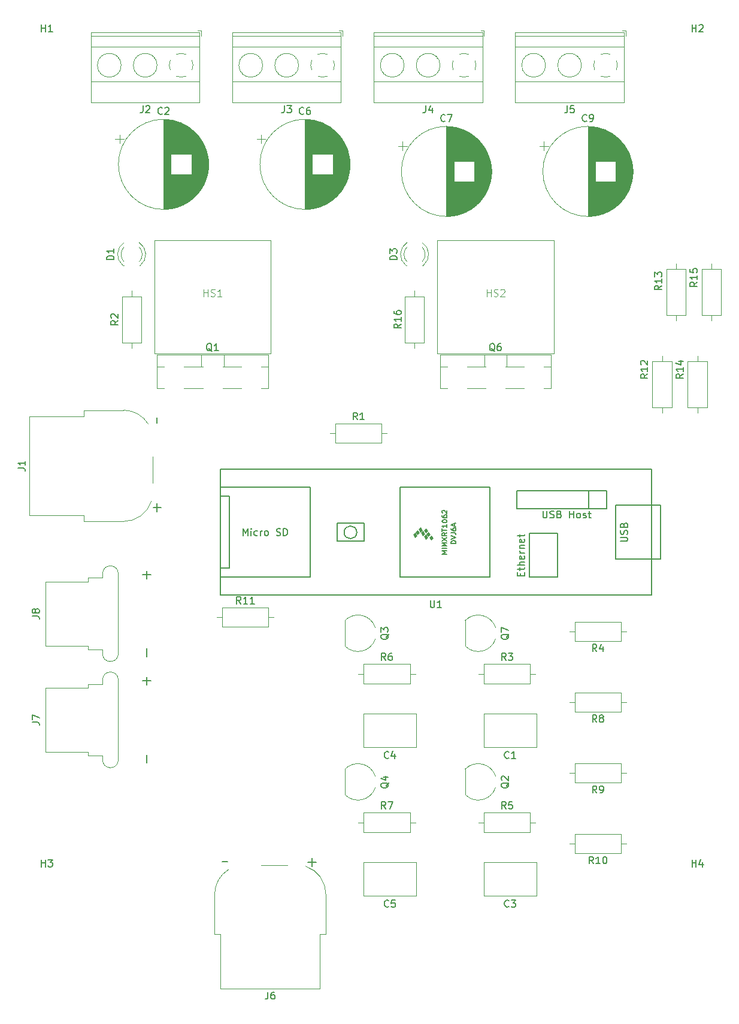
<source format=gbr>
%TF.GenerationSoftware,KiCad,Pcbnew,8.0.8-8.0.8-0~ubuntu22.04.1*%
%TF.CreationDate,2025-03-01T05:33:31+00:00*%
%TF.ProjectId,miniv_estop_board,6d696e69-765f-4657-9374-6f705f626f61,rev?*%
%TF.SameCoordinates,Original*%
%TF.FileFunction,Legend,Top*%
%TF.FilePolarity,Positive*%
%FSLAX46Y46*%
G04 Gerber Fmt 4.6, Leading zero omitted, Abs format (unit mm)*
G04 Created by KiCad (PCBNEW 8.0.8-8.0.8-0~ubuntu22.04.1) date 2025-03-01 05:33:31*
%MOMM*%
%LPD*%
G01*
G04 APERTURE LIST*
%ADD10C,0.150000*%
%ADD11C,0.100000*%
%ADD12C,0.120000*%
G04 APERTURE END LIST*
D10*
X91954819Y-76933333D02*
X92669104Y-76933333D01*
X92669104Y-76933333D02*
X92811961Y-76980952D01*
X92811961Y-76980952D02*
X92907200Y-77076190D01*
X92907200Y-77076190D02*
X92954819Y-77219047D01*
X92954819Y-77219047D02*
X92954819Y-77314285D01*
X92954819Y-75933333D02*
X92954819Y-76504761D01*
X92954819Y-76219047D02*
X91954819Y-76219047D01*
X91954819Y-76219047D02*
X92097676Y-76314285D01*
X92097676Y-76314285D02*
X92192914Y-76409523D01*
X92192914Y-76409523D02*
X92240533Y-76504761D01*
X111614700Y-83071428D02*
X111614700Y-81928571D01*
X112186128Y-82499999D02*
X111043271Y-82499999D01*
X111573866Y-70580951D02*
X111573866Y-69819047D01*
X145494819Y-47468094D02*
X144494819Y-47468094D01*
X144494819Y-47468094D02*
X144494819Y-47229999D01*
X144494819Y-47229999D02*
X144542438Y-47087142D01*
X144542438Y-47087142D02*
X144637676Y-46991904D01*
X144637676Y-46991904D02*
X144732914Y-46944285D01*
X144732914Y-46944285D02*
X144923390Y-46896666D01*
X144923390Y-46896666D02*
X145066247Y-46896666D01*
X145066247Y-46896666D02*
X145256723Y-46944285D01*
X145256723Y-46944285D02*
X145351961Y-46991904D01*
X145351961Y-46991904D02*
X145447200Y-47087142D01*
X145447200Y-47087142D02*
X145494819Y-47229999D01*
X145494819Y-47229999D02*
X145494819Y-47468094D01*
X144494819Y-46563332D02*
X144494819Y-45944285D01*
X144494819Y-45944285D02*
X144875771Y-46277618D01*
X144875771Y-46277618D02*
X144875771Y-46134761D01*
X144875771Y-46134761D02*
X144923390Y-46039523D01*
X144923390Y-46039523D02*
X144971009Y-45991904D01*
X144971009Y-45991904D02*
X145066247Y-45944285D01*
X145066247Y-45944285D02*
X145304342Y-45944285D01*
X145304342Y-45944285D02*
X145399580Y-45991904D01*
X145399580Y-45991904D02*
X145447200Y-46039523D01*
X145447200Y-46039523D02*
X145494819Y-46134761D01*
X145494819Y-46134761D02*
X145494819Y-46420475D01*
X145494819Y-46420475D02*
X145447200Y-46515713D01*
X145447200Y-46515713D02*
X145399580Y-46563332D01*
X93954819Y-97833333D02*
X94669104Y-97833333D01*
X94669104Y-97833333D02*
X94811961Y-97880952D01*
X94811961Y-97880952D02*
X94907200Y-97976190D01*
X94907200Y-97976190D02*
X94954819Y-98119047D01*
X94954819Y-98119047D02*
X94954819Y-98214285D01*
X94383390Y-97214285D02*
X94335771Y-97309523D01*
X94335771Y-97309523D02*
X94288152Y-97357142D01*
X94288152Y-97357142D02*
X94192914Y-97404761D01*
X94192914Y-97404761D02*
X94145295Y-97404761D01*
X94145295Y-97404761D02*
X94050057Y-97357142D01*
X94050057Y-97357142D02*
X94002438Y-97309523D01*
X94002438Y-97309523D02*
X93954819Y-97214285D01*
X93954819Y-97214285D02*
X93954819Y-97023809D01*
X93954819Y-97023809D02*
X94002438Y-96928571D01*
X94002438Y-96928571D02*
X94050057Y-96880952D01*
X94050057Y-96880952D02*
X94145295Y-96833333D01*
X94145295Y-96833333D02*
X94192914Y-96833333D01*
X94192914Y-96833333D02*
X94288152Y-96880952D01*
X94288152Y-96880952D02*
X94335771Y-96928571D01*
X94335771Y-96928571D02*
X94383390Y-97023809D01*
X94383390Y-97023809D02*
X94383390Y-97214285D01*
X94383390Y-97214285D02*
X94431009Y-97309523D01*
X94431009Y-97309523D02*
X94478628Y-97357142D01*
X94478628Y-97357142D02*
X94573866Y-97404761D01*
X94573866Y-97404761D02*
X94764342Y-97404761D01*
X94764342Y-97404761D02*
X94859580Y-97357142D01*
X94859580Y-97357142D02*
X94907200Y-97309523D01*
X94907200Y-97309523D02*
X94954819Y-97214285D01*
X94954819Y-97214285D02*
X94954819Y-97023809D01*
X94954819Y-97023809D02*
X94907200Y-96928571D01*
X94907200Y-96928571D02*
X94859580Y-96880952D01*
X94859580Y-96880952D02*
X94764342Y-96833333D01*
X94764342Y-96833333D02*
X94573866Y-96833333D01*
X94573866Y-96833333D02*
X94478628Y-96880952D01*
X94478628Y-96880952D02*
X94431009Y-96928571D01*
X94431009Y-96928571D02*
X94383390Y-97023809D01*
X110114700Y-103571428D02*
X110114700Y-102428571D01*
X110114700Y-92571428D02*
X110114700Y-91428571D01*
X110686128Y-91999999D02*
X109543271Y-91999999D01*
X144333333Y-138859580D02*
X144285714Y-138907200D01*
X144285714Y-138907200D02*
X144142857Y-138954819D01*
X144142857Y-138954819D02*
X144047619Y-138954819D01*
X144047619Y-138954819D02*
X143904762Y-138907200D01*
X143904762Y-138907200D02*
X143809524Y-138811961D01*
X143809524Y-138811961D02*
X143761905Y-138716723D01*
X143761905Y-138716723D02*
X143714286Y-138526247D01*
X143714286Y-138526247D02*
X143714286Y-138383390D01*
X143714286Y-138383390D02*
X143761905Y-138192914D01*
X143761905Y-138192914D02*
X143809524Y-138097676D01*
X143809524Y-138097676D02*
X143904762Y-138002438D01*
X143904762Y-138002438D02*
X144047619Y-137954819D01*
X144047619Y-137954819D02*
X144142857Y-137954819D01*
X144142857Y-137954819D02*
X144285714Y-138002438D01*
X144285714Y-138002438D02*
X144333333Y-138050057D01*
X145238095Y-137954819D02*
X144761905Y-137954819D01*
X144761905Y-137954819D02*
X144714286Y-138431009D01*
X144714286Y-138431009D02*
X144761905Y-138383390D01*
X144761905Y-138383390D02*
X144857143Y-138335771D01*
X144857143Y-138335771D02*
X145095238Y-138335771D01*
X145095238Y-138335771D02*
X145190476Y-138383390D01*
X145190476Y-138383390D02*
X145238095Y-138431009D01*
X145238095Y-138431009D02*
X145285714Y-138526247D01*
X145285714Y-138526247D02*
X145285714Y-138764342D01*
X145285714Y-138764342D02*
X145238095Y-138859580D01*
X145238095Y-138859580D02*
X145190476Y-138907200D01*
X145190476Y-138907200D02*
X145095238Y-138954819D01*
X145095238Y-138954819D02*
X144857143Y-138954819D01*
X144857143Y-138954819D02*
X144761905Y-138907200D01*
X144761905Y-138907200D02*
X144714286Y-138859580D01*
X182954819Y-51142857D02*
X182478628Y-51476190D01*
X182954819Y-51714285D02*
X181954819Y-51714285D01*
X181954819Y-51714285D02*
X181954819Y-51333333D01*
X181954819Y-51333333D02*
X182002438Y-51238095D01*
X182002438Y-51238095D02*
X182050057Y-51190476D01*
X182050057Y-51190476D02*
X182145295Y-51142857D01*
X182145295Y-51142857D02*
X182288152Y-51142857D01*
X182288152Y-51142857D02*
X182383390Y-51190476D01*
X182383390Y-51190476D02*
X182431009Y-51238095D01*
X182431009Y-51238095D02*
X182478628Y-51333333D01*
X182478628Y-51333333D02*
X182478628Y-51714285D01*
X182954819Y-50190476D02*
X182954819Y-50761904D01*
X182954819Y-50476190D02*
X181954819Y-50476190D01*
X181954819Y-50476190D02*
X182097676Y-50571428D01*
X182097676Y-50571428D02*
X182192914Y-50666666D01*
X182192914Y-50666666D02*
X182240533Y-50761904D01*
X181954819Y-49857142D02*
X181954819Y-49238095D01*
X181954819Y-49238095D02*
X182335771Y-49571428D01*
X182335771Y-49571428D02*
X182335771Y-49428571D01*
X182335771Y-49428571D02*
X182383390Y-49333333D01*
X182383390Y-49333333D02*
X182431009Y-49285714D01*
X182431009Y-49285714D02*
X182526247Y-49238095D01*
X182526247Y-49238095D02*
X182764342Y-49238095D01*
X182764342Y-49238095D02*
X182859580Y-49285714D01*
X182859580Y-49285714D02*
X182907200Y-49333333D01*
X182907200Y-49333333D02*
X182954819Y-49428571D01*
X182954819Y-49428571D02*
X182954819Y-49714285D01*
X182954819Y-49714285D02*
X182907200Y-49809523D01*
X182907200Y-49809523D02*
X182859580Y-49857142D01*
X160913333Y-104084819D02*
X160580000Y-103608628D01*
X160341905Y-104084819D02*
X160341905Y-103084819D01*
X160341905Y-103084819D02*
X160722857Y-103084819D01*
X160722857Y-103084819D02*
X160818095Y-103132438D01*
X160818095Y-103132438D02*
X160865714Y-103180057D01*
X160865714Y-103180057D02*
X160913333Y-103275295D01*
X160913333Y-103275295D02*
X160913333Y-103418152D01*
X160913333Y-103418152D02*
X160865714Y-103513390D01*
X160865714Y-103513390D02*
X160818095Y-103561009D01*
X160818095Y-103561009D02*
X160722857Y-103608628D01*
X160722857Y-103608628D02*
X160341905Y-103608628D01*
X161246667Y-103084819D02*
X161865714Y-103084819D01*
X161865714Y-103084819D02*
X161532381Y-103465771D01*
X161532381Y-103465771D02*
X161675238Y-103465771D01*
X161675238Y-103465771D02*
X161770476Y-103513390D01*
X161770476Y-103513390D02*
X161818095Y-103561009D01*
X161818095Y-103561009D02*
X161865714Y-103656247D01*
X161865714Y-103656247D02*
X161865714Y-103894342D01*
X161865714Y-103894342D02*
X161818095Y-103989580D01*
X161818095Y-103989580D02*
X161770476Y-104037200D01*
X161770476Y-104037200D02*
X161675238Y-104084819D01*
X161675238Y-104084819D02*
X161389524Y-104084819D01*
X161389524Y-104084819D02*
X161294286Y-104037200D01*
X161294286Y-104037200D02*
X161246667Y-103989580D01*
X106084819Y-56086666D02*
X105608628Y-56419999D01*
X106084819Y-56658094D02*
X105084819Y-56658094D01*
X105084819Y-56658094D02*
X105084819Y-56277142D01*
X105084819Y-56277142D02*
X105132438Y-56181904D01*
X105132438Y-56181904D02*
X105180057Y-56134285D01*
X105180057Y-56134285D02*
X105275295Y-56086666D01*
X105275295Y-56086666D02*
X105418152Y-56086666D01*
X105418152Y-56086666D02*
X105513390Y-56134285D01*
X105513390Y-56134285D02*
X105561009Y-56181904D01*
X105561009Y-56181904D02*
X105608628Y-56277142D01*
X105608628Y-56277142D02*
X105608628Y-56658094D01*
X105180057Y-55705713D02*
X105132438Y-55658094D01*
X105132438Y-55658094D02*
X105084819Y-55562856D01*
X105084819Y-55562856D02*
X105084819Y-55324761D01*
X105084819Y-55324761D02*
X105132438Y-55229523D01*
X105132438Y-55229523D02*
X105180057Y-55181904D01*
X105180057Y-55181904D02*
X105275295Y-55134285D01*
X105275295Y-55134285D02*
X105370533Y-55134285D01*
X105370533Y-55134285D02*
X105513390Y-55181904D01*
X105513390Y-55181904D02*
X106084819Y-55753332D01*
X106084819Y-55753332D02*
X106084819Y-55134285D01*
X139913333Y-70084819D02*
X139580000Y-69608628D01*
X139341905Y-70084819D02*
X139341905Y-69084819D01*
X139341905Y-69084819D02*
X139722857Y-69084819D01*
X139722857Y-69084819D02*
X139818095Y-69132438D01*
X139818095Y-69132438D02*
X139865714Y-69180057D01*
X139865714Y-69180057D02*
X139913333Y-69275295D01*
X139913333Y-69275295D02*
X139913333Y-69418152D01*
X139913333Y-69418152D02*
X139865714Y-69513390D01*
X139865714Y-69513390D02*
X139818095Y-69561009D01*
X139818095Y-69561009D02*
X139722857Y-69608628D01*
X139722857Y-69608628D02*
X139341905Y-69608628D01*
X140865714Y-70084819D02*
X140294286Y-70084819D01*
X140580000Y-70084819D02*
X140580000Y-69084819D01*
X140580000Y-69084819D02*
X140484762Y-69227676D01*
X140484762Y-69227676D02*
X140389524Y-69322914D01*
X140389524Y-69322914D02*
X140294286Y-69370533D01*
X112333333Y-26859580D02*
X112285714Y-26907200D01*
X112285714Y-26907200D02*
X112142857Y-26954819D01*
X112142857Y-26954819D02*
X112047619Y-26954819D01*
X112047619Y-26954819D02*
X111904762Y-26907200D01*
X111904762Y-26907200D02*
X111809524Y-26811961D01*
X111809524Y-26811961D02*
X111761905Y-26716723D01*
X111761905Y-26716723D02*
X111714286Y-26526247D01*
X111714286Y-26526247D02*
X111714286Y-26383390D01*
X111714286Y-26383390D02*
X111761905Y-26192914D01*
X111761905Y-26192914D02*
X111809524Y-26097676D01*
X111809524Y-26097676D02*
X111904762Y-26002438D01*
X111904762Y-26002438D02*
X112047619Y-25954819D01*
X112047619Y-25954819D02*
X112142857Y-25954819D01*
X112142857Y-25954819D02*
X112285714Y-26002438D01*
X112285714Y-26002438D02*
X112333333Y-26050057D01*
X112714286Y-26050057D02*
X112761905Y-26002438D01*
X112761905Y-26002438D02*
X112857143Y-25954819D01*
X112857143Y-25954819D02*
X113095238Y-25954819D01*
X113095238Y-25954819D02*
X113190476Y-26002438D01*
X113190476Y-26002438D02*
X113238095Y-26050057D01*
X113238095Y-26050057D02*
X113285714Y-26145295D01*
X113285714Y-26145295D02*
X113285714Y-26240533D01*
X113285714Y-26240533D02*
X113238095Y-26383390D01*
X113238095Y-26383390D02*
X112666667Y-26954819D01*
X112666667Y-26954819D02*
X113285714Y-26954819D01*
X160913333Y-125084819D02*
X160580000Y-124608628D01*
X160341905Y-125084819D02*
X160341905Y-124084819D01*
X160341905Y-124084819D02*
X160722857Y-124084819D01*
X160722857Y-124084819D02*
X160818095Y-124132438D01*
X160818095Y-124132438D02*
X160865714Y-124180057D01*
X160865714Y-124180057D02*
X160913333Y-124275295D01*
X160913333Y-124275295D02*
X160913333Y-124418152D01*
X160913333Y-124418152D02*
X160865714Y-124513390D01*
X160865714Y-124513390D02*
X160818095Y-124561009D01*
X160818095Y-124561009D02*
X160722857Y-124608628D01*
X160722857Y-124608628D02*
X160341905Y-124608628D01*
X161818095Y-124084819D02*
X161341905Y-124084819D01*
X161341905Y-124084819D02*
X161294286Y-124561009D01*
X161294286Y-124561009D02*
X161341905Y-124513390D01*
X161341905Y-124513390D02*
X161437143Y-124465771D01*
X161437143Y-124465771D02*
X161675238Y-124465771D01*
X161675238Y-124465771D02*
X161770476Y-124513390D01*
X161770476Y-124513390D02*
X161818095Y-124561009D01*
X161818095Y-124561009D02*
X161865714Y-124656247D01*
X161865714Y-124656247D02*
X161865714Y-124894342D01*
X161865714Y-124894342D02*
X161818095Y-124989580D01*
X161818095Y-124989580D02*
X161770476Y-125037200D01*
X161770476Y-125037200D02*
X161675238Y-125084819D01*
X161675238Y-125084819D02*
X161437143Y-125084819D01*
X161437143Y-125084819D02*
X161341905Y-125037200D01*
X161341905Y-125037200D02*
X161294286Y-124989580D01*
X129586666Y-25714819D02*
X129586666Y-26429104D01*
X129586666Y-26429104D02*
X129539047Y-26571961D01*
X129539047Y-26571961D02*
X129443809Y-26667200D01*
X129443809Y-26667200D02*
X129300952Y-26714819D01*
X129300952Y-26714819D02*
X129205714Y-26714819D01*
X129967619Y-25714819D02*
X130586666Y-25714819D01*
X130586666Y-25714819D02*
X130253333Y-26095771D01*
X130253333Y-26095771D02*
X130396190Y-26095771D01*
X130396190Y-26095771D02*
X130491428Y-26143390D01*
X130491428Y-26143390D02*
X130539047Y-26191009D01*
X130539047Y-26191009D02*
X130586666Y-26286247D01*
X130586666Y-26286247D02*
X130586666Y-26524342D01*
X130586666Y-26524342D02*
X130539047Y-26619580D01*
X130539047Y-26619580D02*
X130491428Y-26667200D01*
X130491428Y-26667200D02*
X130396190Y-26714819D01*
X130396190Y-26714819D02*
X130110476Y-26714819D01*
X130110476Y-26714819D02*
X130015238Y-26667200D01*
X130015238Y-26667200D02*
X129967619Y-26619580D01*
X143913333Y-104084819D02*
X143580000Y-103608628D01*
X143341905Y-104084819D02*
X143341905Y-103084819D01*
X143341905Y-103084819D02*
X143722857Y-103084819D01*
X143722857Y-103084819D02*
X143818095Y-103132438D01*
X143818095Y-103132438D02*
X143865714Y-103180057D01*
X143865714Y-103180057D02*
X143913333Y-103275295D01*
X143913333Y-103275295D02*
X143913333Y-103418152D01*
X143913333Y-103418152D02*
X143865714Y-103513390D01*
X143865714Y-103513390D02*
X143818095Y-103561009D01*
X143818095Y-103561009D02*
X143722857Y-103608628D01*
X143722857Y-103608628D02*
X143341905Y-103608628D01*
X144770476Y-103084819D02*
X144580000Y-103084819D01*
X144580000Y-103084819D02*
X144484762Y-103132438D01*
X144484762Y-103132438D02*
X144437143Y-103180057D01*
X144437143Y-103180057D02*
X144341905Y-103322914D01*
X144341905Y-103322914D02*
X144294286Y-103513390D01*
X144294286Y-103513390D02*
X144294286Y-103894342D01*
X144294286Y-103894342D02*
X144341905Y-103989580D01*
X144341905Y-103989580D02*
X144389524Y-104037200D01*
X144389524Y-104037200D02*
X144484762Y-104084819D01*
X144484762Y-104084819D02*
X144675238Y-104084819D01*
X144675238Y-104084819D02*
X144770476Y-104037200D01*
X144770476Y-104037200D02*
X144818095Y-103989580D01*
X144818095Y-103989580D02*
X144865714Y-103894342D01*
X144865714Y-103894342D02*
X144865714Y-103656247D01*
X144865714Y-103656247D02*
X144818095Y-103561009D01*
X144818095Y-103561009D02*
X144770476Y-103513390D01*
X144770476Y-103513390D02*
X144675238Y-103465771D01*
X144675238Y-103465771D02*
X144484762Y-103465771D01*
X144484762Y-103465771D02*
X144389524Y-103513390D01*
X144389524Y-103513390D02*
X144341905Y-103561009D01*
X144341905Y-103561009D02*
X144294286Y-103656247D01*
X180954819Y-63642857D02*
X180478628Y-63976190D01*
X180954819Y-64214285D02*
X179954819Y-64214285D01*
X179954819Y-64214285D02*
X179954819Y-63833333D01*
X179954819Y-63833333D02*
X180002438Y-63738095D01*
X180002438Y-63738095D02*
X180050057Y-63690476D01*
X180050057Y-63690476D02*
X180145295Y-63642857D01*
X180145295Y-63642857D02*
X180288152Y-63642857D01*
X180288152Y-63642857D02*
X180383390Y-63690476D01*
X180383390Y-63690476D02*
X180431009Y-63738095D01*
X180431009Y-63738095D02*
X180478628Y-63833333D01*
X180478628Y-63833333D02*
X180478628Y-64214285D01*
X180954819Y-62690476D02*
X180954819Y-63261904D01*
X180954819Y-62976190D02*
X179954819Y-62976190D01*
X179954819Y-62976190D02*
X180097676Y-63071428D01*
X180097676Y-63071428D02*
X180192914Y-63166666D01*
X180192914Y-63166666D02*
X180240533Y-63261904D01*
X180050057Y-62309523D02*
X180002438Y-62261904D01*
X180002438Y-62261904D02*
X179954819Y-62166666D01*
X179954819Y-62166666D02*
X179954819Y-61928571D01*
X179954819Y-61928571D02*
X180002438Y-61833333D01*
X180002438Y-61833333D02*
X180050057Y-61785714D01*
X180050057Y-61785714D02*
X180145295Y-61738095D01*
X180145295Y-61738095D02*
X180240533Y-61738095D01*
X180240533Y-61738095D02*
X180383390Y-61785714D01*
X180383390Y-61785714D02*
X180954819Y-62357142D01*
X180954819Y-62357142D02*
X180954819Y-61738095D01*
D11*
X118211905Y-52657419D02*
X118211905Y-51657419D01*
X118211905Y-52133609D02*
X118783333Y-52133609D01*
X118783333Y-52657419D02*
X118783333Y-51657419D01*
X119211905Y-52609800D02*
X119354762Y-52657419D01*
X119354762Y-52657419D02*
X119592857Y-52657419D01*
X119592857Y-52657419D02*
X119688095Y-52609800D01*
X119688095Y-52609800D02*
X119735714Y-52562180D01*
X119735714Y-52562180D02*
X119783333Y-52466942D01*
X119783333Y-52466942D02*
X119783333Y-52371704D01*
X119783333Y-52371704D02*
X119735714Y-52276466D01*
X119735714Y-52276466D02*
X119688095Y-52228847D01*
X119688095Y-52228847D02*
X119592857Y-52181228D01*
X119592857Y-52181228D02*
X119402381Y-52133609D01*
X119402381Y-52133609D02*
X119307143Y-52085990D01*
X119307143Y-52085990D02*
X119259524Y-52038371D01*
X119259524Y-52038371D02*
X119211905Y-51943133D01*
X119211905Y-51943133D02*
X119211905Y-51847895D01*
X119211905Y-51847895D02*
X119259524Y-51752657D01*
X119259524Y-51752657D02*
X119307143Y-51705038D01*
X119307143Y-51705038D02*
X119402381Y-51657419D01*
X119402381Y-51657419D02*
X119640476Y-51657419D01*
X119640476Y-51657419D02*
X119783333Y-51705038D01*
X120735714Y-52657419D02*
X120164286Y-52657419D01*
X120450000Y-52657419D02*
X120450000Y-51657419D01*
X120450000Y-51657419D02*
X120354762Y-51800276D01*
X120354762Y-51800276D02*
X120259524Y-51895514D01*
X120259524Y-51895514D02*
X120164286Y-51943133D01*
D10*
X144350057Y-100365238D02*
X144302438Y-100460476D01*
X144302438Y-100460476D02*
X144207200Y-100555714D01*
X144207200Y-100555714D02*
X144064342Y-100698571D01*
X144064342Y-100698571D02*
X144016723Y-100793809D01*
X144016723Y-100793809D02*
X144016723Y-100889047D01*
X144254819Y-100841428D02*
X144207200Y-100936666D01*
X144207200Y-100936666D02*
X144111961Y-101031904D01*
X144111961Y-101031904D02*
X143921485Y-101079523D01*
X143921485Y-101079523D02*
X143588152Y-101079523D01*
X143588152Y-101079523D02*
X143397676Y-101031904D01*
X143397676Y-101031904D02*
X143302438Y-100936666D01*
X143302438Y-100936666D02*
X143254819Y-100841428D01*
X143254819Y-100841428D02*
X143254819Y-100650952D01*
X143254819Y-100650952D02*
X143302438Y-100555714D01*
X143302438Y-100555714D02*
X143397676Y-100460476D01*
X143397676Y-100460476D02*
X143588152Y-100412857D01*
X143588152Y-100412857D02*
X143921485Y-100412857D01*
X143921485Y-100412857D02*
X144111961Y-100460476D01*
X144111961Y-100460476D02*
X144207200Y-100555714D01*
X144207200Y-100555714D02*
X144254819Y-100650952D01*
X144254819Y-100650952D02*
X144254819Y-100841428D01*
X143254819Y-100079523D02*
X143254819Y-99460476D01*
X143254819Y-99460476D02*
X143635771Y-99793809D01*
X143635771Y-99793809D02*
X143635771Y-99650952D01*
X143635771Y-99650952D02*
X143683390Y-99555714D01*
X143683390Y-99555714D02*
X143731009Y-99508095D01*
X143731009Y-99508095D02*
X143826247Y-99460476D01*
X143826247Y-99460476D02*
X144064342Y-99460476D01*
X144064342Y-99460476D02*
X144159580Y-99508095D01*
X144159580Y-99508095D02*
X144207200Y-99555714D01*
X144207200Y-99555714D02*
X144254819Y-99650952D01*
X144254819Y-99650952D02*
X144254819Y-99936666D01*
X144254819Y-99936666D02*
X144207200Y-100031904D01*
X144207200Y-100031904D02*
X144159580Y-100079523D01*
X152333333Y-27859580D02*
X152285714Y-27907200D01*
X152285714Y-27907200D02*
X152142857Y-27954819D01*
X152142857Y-27954819D02*
X152047619Y-27954819D01*
X152047619Y-27954819D02*
X151904762Y-27907200D01*
X151904762Y-27907200D02*
X151809524Y-27811961D01*
X151809524Y-27811961D02*
X151761905Y-27716723D01*
X151761905Y-27716723D02*
X151714286Y-27526247D01*
X151714286Y-27526247D02*
X151714286Y-27383390D01*
X151714286Y-27383390D02*
X151761905Y-27192914D01*
X151761905Y-27192914D02*
X151809524Y-27097676D01*
X151809524Y-27097676D02*
X151904762Y-27002438D01*
X151904762Y-27002438D02*
X152047619Y-26954819D01*
X152047619Y-26954819D02*
X152142857Y-26954819D01*
X152142857Y-26954819D02*
X152285714Y-27002438D01*
X152285714Y-27002438D02*
X152333333Y-27050057D01*
X152666667Y-26954819D02*
X153333333Y-26954819D01*
X153333333Y-26954819D02*
X152904762Y-27954819D01*
X105494819Y-47468094D02*
X104494819Y-47468094D01*
X104494819Y-47468094D02*
X104494819Y-47229999D01*
X104494819Y-47229999D02*
X104542438Y-47087142D01*
X104542438Y-47087142D02*
X104637676Y-46991904D01*
X104637676Y-46991904D02*
X104732914Y-46944285D01*
X104732914Y-46944285D02*
X104923390Y-46896666D01*
X104923390Y-46896666D02*
X105066247Y-46896666D01*
X105066247Y-46896666D02*
X105256723Y-46944285D01*
X105256723Y-46944285D02*
X105351961Y-46991904D01*
X105351961Y-46991904D02*
X105447200Y-47087142D01*
X105447200Y-47087142D02*
X105494819Y-47229999D01*
X105494819Y-47229999D02*
X105494819Y-47468094D01*
X105494819Y-45944285D02*
X105494819Y-46515713D01*
X105494819Y-46229999D02*
X104494819Y-46229999D01*
X104494819Y-46229999D02*
X104637676Y-46325237D01*
X104637676Y-46325237D02*
X104732914Y-46420475D01*
X104732914Y-46420475D02*
X104780533Y-46515713D01*
X187954819Y-50642857D02*
X187478628Y-50976190D01*
X187954819Y-51214285D02*
X186954819Y-51214285D01*
X186954819Y-51214285D02*
X186954819Y-50833333D01*
X186954819Y-50833333D02*
X187002438Y-50738095D01*
X187002438Y-50738095D02*
X187050057Y-50690476D01*
X187050057Y-50690476D02*
X187145295Y-50642857D01*
X187145295Y-50642857D02*
X187288152Y-50642857D01*
X187288152Y-50642857D02*
X187383390Y-50690476D01*
X187383390Y-50690476D02*
X187431009Y-50738095D01*
X187431009Y-50738095D02*
X187478628Y-50833333D01*
X187478628Y-50833333D02*
X187478628Y-51214285D01*
X187954819Y-49690476D02*
X187954819Y-50261904D01*
X187954819Y-49976190D02*
X186954819Y-49976190D01*
X186954819Y-49976190D02*
X187097676Y-50071428D01*
X187097676Y-50071428D02*
X187192914Y-50166666D01*
X187192914Y-50166666D02*
X187240533Y-50261904D01*
X186954819Y-48785714D02*
X186954819Y-49261904D01*
X186954819Y-49261904D02*
X187431009Y-49309523D01*
X187431009Y-49309523D02*
X187383390Y-49261904D01*
X187383390Y-49261904D02*
X187335771Y-49166666D01*
X187335771Y-49166666D02*
X187335771Y-48928571D01*
X187335771Y-48928571D02*
X187383390Y-48833333D01*
X187383390Y-48833333D02*
X187431009Y-48785714D01*
X187431009Y-48785714D02*
X187526247Y-48738095D01*
X187526247Y-48738095D02*
X187764342Y-48738095D01*
X187764342Y-48738095D02*
X187859580Y-48785714D01*
X187859580Y-48785714D02*
X187907200Y-48833333D01*
X187907200Y-48833333D02*
X187954819Y-48928571D01*
X187954819Y-48928571D02*
X187954819Y-49166666D01*
X187954819Y-49166666D02*
X187907200Y-49261904D01*
X187907200Y-49261904D02*
X187859580Y-49309523D01*
X187238095Y-133254819D02*
X187238095Y-132254819D01*
X187238095Y-132731009D02*
X187809523Y-132731009D01*
X187809523Y-133254819D02*
X187809523Y-132254819D01*
X188714285Y-132588152D02*
X188714285Y-133254819D01*
X188476190Y-132207200D02*
X188238095Y-132921485D01*
X188238095Y-132921485D02*
X188857142Y-132921485D01*
X146084819Y-56562857D02*
X145608628Y-56896190D01*
X146084819Y-57134285D02*
X145084819Y-57134285D01*
X145084819Y-57134285D02*
X145084819Y-56753333D01*
X145084819Y-56753333D02*
X145132438Y-56658095D01*
X145132438Y-56658095D02*
X145180057Y-56610476D01*
X145180057Y-56610476D02*
X145275295Y-56562857D01*
X145275295Y-56562857D02*
X145418152Y-56562857D01*
X145418152Y-56562857D02*
X145513390Y-56610476D01*
X145513390Y-56610476D02*
X145561009Y-56658095D01*
X145561009Y-56658095D02*
X145608628Y-56753333D01*
X145608628Y-56753333D02*
X145608628Y-57134285D01*
X146084819Y-55610476D02*
X146084819Y-56181904D01*
X146084819Y-55896190D02*
X145084819Y-55896190D01*
X145084819Y-55896190D02*
X145227676Y-55991428D01*
X145227676Y-55991428D02*
X145322914Y-56086666D01*
X145322914Y-56086666D02*
X145370533Y-56181904D01*
X145084819Y-54753333D02*
X145084819Y-54943809D01*
X145084819Y-54943809D02*
X145132438Y-55039047D01*
X145132438Y-55039047D02*
X145180057Y-55086666D01*
X145180057Y-55086666D02*
X145322914Y-55181904D01*
X145322914Y-55181904D02*
X145513390Y-55229523D01*
X145513390Y-55229523D02*
X145894342Y-55229523D01*
X145894342Y-55229523D02*
X145989580Y-55181904D01*
X145989580Y-55181904D02*
X146037200Y-55134285D01*
X146037200Y-55134285D02*
X146084819Y-55039047D01*
X146084819Y-55039047D02*
X146084819Y-54848571D01*
X146084819Y-54848571D02*
X146037200Y-54753333D01*
X146037200Y-54753333D02*
X145989580Y-54705714D01*
X145989580Y-54705714D02*
X145894342Y-54658095D01*
X145894342Y-54658095D02*
X145656247Y-54658095D01*
X145656247Y-54658095D02*
X145561009Y-54705714D01*
X145561009Y-54705714D02*
X145513390Y-54753333D01*
X145513390Y-54753333D02*
X145465771Y-54848571D01*
X145465771Y-54848571D02*
X145465771Y-55039047D01*
X145465771Y-55039047D02*
X145513390Y-55134285D01*
X145513390Y-55134285D02*
X145561009Y-55181904D01*
X145561009Y-55181904D02*
X145656247Y-55229523D01*
X161350057Y-100365238D02*
X161302438Y-100460476D01*
X161302438Y-100460476D02*
X161207200Y-100555714D01*
X161207200Y-100555714D02*
X161064342Y-100698571D01*
X161064342Y-100698571D02*
X161016723Y-100793809D01*
X161016723Y-100793809D02*
X161016723Y-100889047D01*
X161254819Y-100841428D02*
X161207200Y-100936666D01*
X161207200Y-100936666D02*
X161111961Y-101031904D01*
X161111961Y-101031904D02*
X160921485Y-101079523D01*
X160921485Y-101079523D02*
X160588152Y-101079523D01*
X160588152Y-101079523D02*
X160397676Y-101031904D01*
X160397676Y-101031904D02*
X160302438Y-100936666D01*
X160302438Y-100936666D02*
X160254819Y-100841428D01*
X160254819Y-100841428D02*
X160254819Y-100650952D01*
X160254819Y-100650952D02*
X160302438Y-100555714D01*
X160302438Y-100555714D02*
X160397676Y-100460476D01*
X160397676Y-100460476D02*
X160588152Y-100412857D01*
X160588152Y-100412857D02*
X160921485Y-100412857D01*
X160921485Y-100412857D02*
X161111961Y-100460476D01*
X161111961Y-100460476D02*
X161207200Y-100555714D01*
X161207200Y-100555714D02*
X161254819Y-100650952D01*
X161254819Y-100650952D02*
X161254819Y-100841428D01*
X160254819Y-100079523D02*
X160254819Y-99412857D01*
X160254819Y-99412857D02*
X161254819Y-99841428D01*
X169586666Y-25714819D02*
X169586666Y-26429104D01*
X169586666Y-26429104D02*
X169539047Y-26571961D01*
X169539047Y-26571961D02*
X169443809Y-26667200D01*
X169443809Y-26667200D02*
X169300952Y-26714819D01*
X169300952Y-26714819D02*
X169205714Y-26714819D01*
X170539047Y-25714819D02*
X170062857Y-25714819D01*
X170062857Y-25714819D02*
X170015238Y-26191009D01*
X170015238Y-26191009D02*
X170062857Y-26143390D01*
X170062857Y-26143390D02*
X170158095Y-26095771D01*
X170158095Y-26095771D02*
X170396190Y-26095771D01*
X170396190Y-26095771D02*
X170491428Y-26143390D01*
X170491428Y-26143390D02*
X170539047Y-26191009D01*
X170539047Y-26191009D02*
X170586666Y-26286247D01*
X170586666Y-26286247D02*
X170586666Y-26524342D01*
X170586666Y-26524342D02*
X170539047Y-26619580D01*
X170539047Y-26619580D02*
X170491428Y-26667200D01*
X170491428Y-26667200D02*
X170396190Y-26714819D01*
X170396190Y-26714819D02*
X170158095Y-26714819D01*
X170158095Y-26714819D02*
X170062857Y-26667200D01*
X170062857Y-26667200D02*
X170015238Y-26619580D01*
X123437142Y-96084819D02*
X123103809Y-95608628D01*
X122865714Y-96084819D02*
X122865714Y-95084819D01*
X122865714Y-95084819D02*
X123246666Y-95084819D01*
X123246666Y-95084819D02*
X123341904Y-95132438D01*
X123341904Y-95132438D02*
X123389523Y-95180057D01*
X123389523Y-95180057D02*
X123437142Y-95275295D01*
X123437142Y-95275295D02*
X123437142Y-95418152D01*
X123437142Y-95418152D02*
X123389523Y-95513390D01*
X123389523Y-95513390D02*
X123341904Y-95561009D01*
X123341904Y-95561009D02*
X123246666Y-95608628D01*
X123246666Y-95608628D02*
X122865714Y-95608628D01*
X124389523Y-96084819D02*
X123818095Y-96084819D01*
X124103809Y-96084819D02*
X124103809Y-95084819D01*
X124103809Y-95084819D02*
X124008571Y-95227676D01*
X124008571Y-95227676D02*
X123913333Y-95322914D01*
X123913333Y-95322914D02*
X123818095Y-95370533D01*
X125341904Y-96084819D02*
X124770476Y-96084819D01*
X125056190Y-96084819D02*
X125056190Y-95084819D01*
X125056190Y-95084819D02*
X124960952Y-95227676D01*
X124960952Y-95227676D02*
X124865714Y-95322914D01*
X124865714Y-95322914D02*
X124770476Y-95370533D01*
D11*
X158211905Y-52657419D02*
X158211905Y-51657419D01*
X158211905Y-52133609D02*
X158783333Y-52133609D01*
X158783333Y-52657419D02*
X158783333Y-51657419D01*
X159211905Y-52609800D02*
X159354762Y-52657419D01*
X159354762Y-52657419D02*
X159592857Y-52657419D01*
X159592857Y-52657419D02*
X159688095Y-52609800D01*
X159688095Y-52609800D02*
X159735714Y-52562180D01*
X159735714Y-52562180D02*
X159783333Y-52466942D01*
X159783333Y-52466942D02*
X159783333Y-52371704D01*
X159783333Y-52371704D02*
X159735714Y-52276466D01*
X159735714Y-52276466D02*
X159688095Y-52228847D01*
X159688095Y-52228847D02*
X159592857Y-52181228D01*
X159592857Y-52181228D02*
X159402381Y-52133609D01*
X159402381Y-52133609D02*
X159307143Y-52085990D01*
X159307143Y-52085990D02*
X159259524Y-52038371D01*
X159259524Y-52038371D02*
X159211905Y-51943133D01*
X159211905Y-51943133D02*
X159211905Y-51847895D01*
X159211905Y-51847895D02*
X159259524Y-51752657D01*
X159259524Y-51752657D02*
X159307143Y-51705038D01*
X159307143Y-51705038D02*
X159402381Y-51657419D01*
X159402381Y-51657419D02*
X159640476Y-51657419D01*
X159640476Y-51657419D02*
X159783333Y-51705038D01*
X160164286Y-51752657D02*
X160211905Y-51705038D01*
X160211905Y-51705038D02*
X160307143Y-51657419D01*
X160307143Y-51657419D02*
X160545238Y-51657419D01*
X160545238Y-51657419D02*
X160640476Y-51705038D01*
X160640476Y-51705038D02*
X160688095Y-51752657D01*
X160688095Y-51752657D02*
X160735714Y-51847895D01*
X160735714Y-51847895D02*
X160735714Y-51943133D01*
X160735714Y-51943133D02*
X160688095Y-52085990D01*
X160688095Y-52085990D02*
X160116667Y-52657419D01*
X160116667Y-52657419D02*
X160735714Y-52657419D01*
D10*
X93954819Y-112833333D02*
X94669104Y-112833333D01*
X94669104Y-112833333D02*
X94811961Y-112880952D01*
X94811961Y-112880952D02*
X94907200Y-112976190D01*
X94907200Y-112976190D02*
X94954819Y-113119047D01*
X94954819Y-113119047D02*
X94954819Y-113214285D01*
X93954819Y-112452380D02*
X93954819Y-111785714D01*
X93954819Y-111785714D02*
X94954819Y-112214285D01*
X110114700Y-107571428D02*
X110114700Y-106428571D01*
X110686128Y-106999999D02*
X109543271Y-106999999D01*
X110114700Y-118571428D02*
X110114700Y-117428571D01*
X161350057Y-121365238D02*
X161302438Y-121460476D01*
X161302438Y-121460476D02*
X161207200Y-121555714D01*
X161207200Y-121555714D02*
X161064342Y-121698571D01*
X161064342Y-121698571D02*
X161016723Y-121793809D01*
X161016723Y-121793809D02*
X161016723Y-121889047D01*
X161254819Y-121841428D02*
X161207200Y-121936666D01*
X161207200Y-121936666D02*
X161111961Y-122031904D01*
X161111961Y-122031904D02*
X160921485Y-122079523D01*
X160921485Y-122079523D02*
X160588152Y-122079523D01*
X160588152Y-122079523D02*
X160397676Y-122031904D01*
X160397676Y-122031904D02*
X160302438Y-121936666D01*
X160302438Y-121936666D02*
X160254819Y-121841428D01*
X160254819Y-121841428D02*
X160254819Y-121650952D01*
X160254819Y-121650952D02*
X160302438Y-121555714D01*
X160302438Y-121555714D02*
X160397676Y-121460476D01*
X160397676Y-121460476D02*
X160588152Y-121412857D01*
X160588152Y-121412857D02*
X160921485Y-121412857D01*
X160921485Y-121412857D02*
X161111961Y-121460476D01*
X161111961Y-121460476D02*
X161207200Y-121555714D01*
X161207200Y-121555714D02*
X161254819Y-121650952D01*
X161254819Y-121650952D02*
X161254819Y-121841428D01*
X160350057Y-121031904D02*
X160302438Y-120984285D01*
X160302438Y-120984285D02*
X160254819Y-120889047D01*
X160254819Y-120889047D02*
X160254819Y-120650952D01*
X160254819Y-120650952D02*
X160302438Y-120555714D01*
X160302438Y-120555714D02*
X160350057Y-120508095D01*
X160350057Y-120508095D02*
X160445295Y-120460476D01*
X160445295Y-120460476D02*
X160540533Y-120460476D01*
X160540533Y-120460476D02*
X160683390Y-120508095D01*
X160683390Y-120508095D02*
X161254819Y-121079523D01*
X161254819Y-121079523D02*
X161254819Y-120460476D01*
X109586666Y-25714819D02*
X109586666Y-26429104D01*
X109586666Y-26429104D02*
X109539047Y-26571961D01*
X109539047Y-26571961D02*
X109443809Y-26667200D01*
X109443809Y-26667200D02*
X109300952Y-26714819D01*
X109300952Y-26714819D02*
X109205714Y-26714819D01*
X110015238Y-25810057D02*
X110062857Y-25762438D01*
X110062857Y-25762438D02*
X110158095Y-25714819D01*
X110158095Y-25714819D02*
X110396190Y-25714819D01*
X110396190Y-25714819D02*
X110491428Y-25762438D01*
X110491428Y-25762438D02*
X110539047Y-25810057D01*
X110539047Y-25810057D02*
X110586666Y-25905295D01*
X110586666Y-25905295D02*
X110586666Y-26000533D01*
X110586666Y-26000533D02*
X110539047Y-26143390D01*
X110539047Y-26143390D02*
X109967619Y-26714819D01*
X109967619Y-26714819D02*
X110586666Y-26714819D01*
X119354761Y-60430057D02*
X119259523Y-60382438D01*
X119259523Y-60382438D02*
X119164285Y-60287200D01*
X119164285Y-60287200D02*
X119021428Y-60144342D01*
X119021428Y-60144342D02*
X118926190Y-60096723D01*
X118926190Y-60096723D02*
X118830952Y-60096723D01*
X118878571Y-60334819D02*
X118783333Y-60287200D01*
X118783333Y-60287200D02*
X118688095Y-60191961D01*
X118688095Y-60191961D02*
X118640476Y-60001485D01*
X118640476Y-60001485D02*
X118640476Y-59668152D01*
X118640476Y-59668152D02*
X118688095Y-59477676D01*
X118688095Y-59477676D02*
X118783333Y-59382438D01*
X118783333Y-59382438D02*
X118878571Y-59334819D01*
X118878571Y-59334819D02*
X119069047Y-59334819D01*
X119069047Y-59334819D02*
X119164285Y-59382438D01*
X119164285Y-59382438D02*
X119259523Y-59477676D01*
X119259523Y-59477676D02*
X119307142Y-59668152D01*
X119307142Y-59668152D02*
X119307142Y-60001485D01*
X119307142Y-60001485D02*
X119259523Y-60191961D01*
X119259523Y-60191961D02*
X119164285Y-60287200D01*
X119164285Y-60287200D02*
X119069047Y-60334819D01*
X119069047Y-60334819D02*
X118878571Y-60334819D01*
X120259523Y-60334819D02*
X119688095Y-60334819D01*
X119973809Y-60334819D02*
X119973809Y-59334819D01*
X119973809Y-59334819D02*
X119878571Y-59477676D01*
X119878571Y-59477676D02*
X119783333Y-59572914D01*
X119783333Y-59572914D02*
X119688095Y-59620533D01*
X161333333Y-117859580D02*
X161285714Y-117907200D01*
X161285714Y-117907200D02*
X161142857Y-117954819D01*
X161142857Y-117954819D02*
X161047619Y-117954819D01*
X161047619Y-117954819D02*
X160904762Y-117907200D01*
X160904762Y-117907200D02*
X160809524Y-117811961D01*
X160809524Y-117811961D02*
X160761905Y-117716723D01*
X160761905Y-117716723D02*
X160714286Y-117526247D01*
X160714286Y-117526247D02*
X160714286Y-117383390D01*
X160714286Y-117383390D02*
X160761905Y-117192914D01*
X160761905Y-117192914D02*
X160809524Y-117097676D01*
X160809524Y-117097676D02*
X160904762Y-117002438D01*
X160904762Y-117002438D02*
X161047619Y-116954819D01*
X161047619Y-116954819D02*
X161142857Y-116954819D01*
X161142857Y-116954819D02*
X161285714Y-117002438D01*
X161285714Y-117002438D02*
X161333333Y-117050057D01*
X162285714Y-117954819D02*
X161714286Y-117954819D01*
X162000000Y-117954819D02*
X162000000Y-116954819D01*
X162000000Y-116954819D02*
X161904762Y-117097676D01*
X161904762Y-117097676D02*
X161809524Y-117192914D01*
X161809524Y-117192914D02*
X161714286Y-117240533D01*
X173753333Y-112824819D02*
X173420000Y-112348628D01*
X173181905Y-112824819D02*
X173181905Y-111824819D01*
X173181905Y-111824819D02*
X173562857Y-111824819D01*
X173562857Y-111824819D02*
X173658095Y-111872438D01*
X173658095Y-111872438D02*
X173705714Y-111920057D01*
X173705714Y-111920057D02*
X173753333Y-112015295D01*
X173753333Y-112015295D02*
X173753333Y-112158152D01*
X173753333Y-112158152D02*
X173705714Y-112253390D01*
X173705714Y-112253390D02*
X173658095Y-112301009D01*
X173658095Y-112301009D02*
X173562857Y-112348628D01*
X173562857Y-112348628D02*
X173181905Y-112348628D01*
X174324762Y-112253390D02*
X174229524Y-112205771D01*
X174229524Y-112205771D02*
X174181905Y-112158152D01*
X174181905Y-112158152D02*
X174134286Y-112062914D01*
X174134286Y-112062914D02*
X174134286Y-112015295D01*
X174134286Y-112015295D02*
X174181905Y-111920057D01*
X174181905Y-111920057D02*
X174229524Y-111872438D01*
X174229524Y-111872438D02*
X174324762Y-111824819D01*
X174324762Y-111824819D02*
X174515238Y-111824819D01*
X174515238Y-111824819D02*
X174610476Y-111872438D01*
X174610476Y-111872438D02*
X174658095Y-111920057D01*
X174658095Y-111920057D02*
X174705714Y-112015295D01*
X174705714Y-112015295D02*
X174705714Y-112062914D01*
X174705714Y-112062914D02*
X174658095Y-112158152D01*
X174658095Y-112158152D02*
X174610476Y-112205771D01*
X174610476Y-112205771D02*
X174515238Y-112253390D01*
X174515238Y-112253390D02*
X174324762Y-112253390D01*
X174324762Y-112253390D02*
X174229524Y-112301009D01*
X174229524Y-112301009D02*
X174181905Y-112348628D01*
X174181905Y-112348628D02*
X174134286Y-112443866D01*
X174134286Y-112443866D02*
X174134286Y-112634342D01*
X174134286Y-112634342D02*
X174181905Y-112729580D01*
X174181905Y-112729580D02*
X174229524Y-112777200D01*
X174229524Y-112777200D02*
X174324762Y-112824819D01*
X174324762Y-112824819D02*
X174515238Y-112824819D01*
X174515238Y-112824819D02*
X174610476Y-112777200D01*
X174610476Y-112777200D02*
X174658095Y-112729580D01*
X174658095Y-112729580D02*
X174705714Y-112634342D01*
X174705714Y-112634342D02*
X174705714Y-112443866D01*
X174705714Y-112443866D02*
X174658095Y-112348628D01*
X174658095Y-112348628D02*
X174610476Y-112301009D01*
X174610476Y-112301009D02*
X174515238Y-112253390D01*
X149586666Y-25714819D02*
X149586666Y-26429104D01*
X149586666Y-26429104D02*
X149539047Y-26571961D01*
X149539047Y-26571961D02*
X149443809Y-26667200D01*
X149443809Y-26667200D02*
X149300952Y-26714819D01*
X149300952Y-26714819D02*
X149205714Y-26714819D01*
X150491428Y-26048152D02*
X150491428Y-26714819D01*
X150253333Y-25667200D02*
X150015238Y-26381485D01*
X150015238Y-26381485D02*
X150634285Y-26381485D01*
X95238095Y-133254819D02*
X95238095Y-132254819D01*
X95238095Y-132731009D02*
X95809523Y-132731009D01*
X95809523Y-133254819D02*
X95809523Y-132254819D01*
X96190476Y-132254819D02*
X96809523Y-132254819D01*
X96809523Y-132254819D02*
X96476190Y-132635771D01*
X96476190Y-132635771D02*
X96619047Y-132635771D01*
X96619047Y-132635771D02*
X96714285Y-132683390D01*
X96714285Y-132683390D02*
X96761904Y-132731009D01*
X96761904Y-132731009D02*
X96809523Y-132826247D01*
X96809523Y-132826247D02*
X96809523Y-133064342D01*
X96809523Y-133064342D02*
X96761904Y-133159580D01*
X96761904Y-133159580D02*
X96714285Y-133207200D01*
X96714285Y-133207200D02*
X96619047Y-133254819D01*
X96619047Y-133254819D02*
X96333333Y-133254819D01*
X96333333Y-133254819D02*
X96238095Y-133207200D01*
X96238095Y-133207200D02*
X96190476Y-133159580D01*
X185954819Y-63642857D02*
X185478628Y-63976190D01*
X185954819Y-64214285D02*
X184954819Y-64214285D01*
X184954819Y-64214285D02*
X184954819Y-63833333D01*
X184954819Y-63833333D02*
X185002438Y-63738095D01*
X185002438Y-63738095D02*
X185050057Y-63690476D01*
X185050057Y-63690476D02*
X185145295Y-63642857D01*
X185145295Y-63642857D02*
X185288152Y-63642857D01*
X185288152Y-63642857D02*
X185383390Y-63690476D01*
X185383390Y-63690476D02*
X185431009Y-63738095D01*
X185431009Y-63738095D02*
X185478628Y-63833333D01*
X185478628Y-63833333D02*
X185478628Y-64214285D01*
X185954819Y-62690476D02*
X185954819Y-63261904D01*
X185954819Y-62976190D02*
X184954819Y-62976190D01*
X184954819Y-62976190D02*
X185097676Y-63071428D01*
X185097676Y-63071428D02*
X185192914Y-63166666D01*
X185192914Y-63166666D02*
X185240533Y-63261904D01*
X185288152Y-61833333D02*
X185954819Y-61833333D01*
X184907200Y-62071428D02*
X185621485Y-62309523D01*
X185621485Y-62309523D02*
X185621485Y-61690476D01*
X172333333Y-27859580D02*
X172285714Y-27907200D01*
X172285714Y-27907200D02*
X172142857Y-27954819D01*
X172142857Y-27954819D02*
X172047619Y-27954819D01*
X172047619Y-27954819D02*
X171904762Y-27907200D01*
X171904762Y-27907200D02*
X171809524Y-27811961D01*
X171809524Y-27811961D02*
X171761905Y-27716723D01*
X171761905Y-27716723D02*
X171714286Y-27526247D01*
X171714286Y-27526247D02*
X171714286Y-27383390D01*
X171714286Y-27383390D02*
X171761905Y-27192914D01*
X171761905Y-27192914D02*
X171809524Y-27097676D01*
X171809524Y-27097676D02*
X171904762Y-27002438D01*
X171904762Y-27002438D02*
X172047619Y-26954819D01*
X172047619Y-26954819D02*
X172142857Y-26954819D01*
X172142857Y-26954819D02*
X172285714Y-27002438D01*
X172285714Y-27002438D02*
X172333333Y-27050057D01*
X172809524Y-27954819D02*
X173000000Y-27954819D01*
X173000000Y-27954819D02*
X173095238Y-27907200D01*
X173095238Y-27907200D02*
X173142857Y-27859580D01*
X173142857Y-27859580D02*
X173238095Y-27716723D01*
X173238095Y-27716723D02*
X173285714Y-27526247D01*
X173285714Y-27526247D02*
X173285714Y-27145295D01*
X173285714Y-27145295D02*
X173238095Y-27050057D01*
X173238095Y-27050057D02*
X173190476Y-27002438D01*
X173190476Y-27002438D02*
X173095238Y-26954819D01*
X173095238Y-26954819D02*
X172904762Y-26954819D01*
X172904762Y-26954819D02*
X172809524Y-27002438D01*
X172809524Y-27002438D02*
X172761905Y-27050057D01*
X172761905Y-27050057D02*
X172714286Y-27145295D01*
X172714286Y-27145295D02*
X172714286Y-27383390D01*
X172714286Y-27383390D02*
X172761905Y-27478628D01*
X172761905Y-27478628D02*
X172809524Y-27526247D01*
X172809524Y-27526247D02*
X172904762Y-27573866D01*
X172904762Y-27573866D02*
X173095238Y-27573866D01*
X173095238Y-27573866D02*
X173190476Y-27526247D01*
X173190476Y-27526247D02*
X173238095Y-27478628D01*
X173238095Y-27478628D02*
X173285714Y-27383390D01*
X132333333Y-26859580D02*
X132285714Y-26907200D01*
X132285714Y-26907200D02*
X132142857Y-26954819D01*
X132142857Y-26954819D02*
X132047619Y-26954819D01*
X132047619Y-26954819D02*
X131904762Y-26907200D01*
X131904762Y-26907200D02*
X131809524Y-26811961D01*
X131809524Y-26811961D02*
X131761905Y-26716723D01*
X131761905Y-26716723D02*
X131714286Y-26526247D01*
X131714286Y-26526247D02*
X131714286Y-26383390D01*
X131714286Y-26383390D02*
X131761905Y-26192914D01*
X131761905Y-26192914D02*
X131809524Y-26097676D01*
X131809524Y-26097676D02*
X131904762Y-26002438D01*
X131904762Y-26002438D02*
X132047619Y-25954819D01*
X132047619Y-25954819D02*
X132142857Y-25954819D01*
X132142857Y-25954819D02*
X132285714Y-26002438D01*
X132285714Y-26002438D02*
X132333333Y-26050057D01*
X133190476Y-25954819D02*
X133000000Y-25954819D01*
X133000000Y-25954819D02*
X132904762Y-26002438D01*
X132904762Y-26002438D02*
X132857143Y-26050057D01*
X132857143Y-26050057D02*
X132761905Y-26192914D01*
X132761905Y-26192914D02*
X132714286Y-26383390D01*
X132714286Y-26383390D02*
X132714286Y-26764342D01*
X132714286Y-26764342D02*
X132761905Y-26859580D01*
X132761905Y-26859580D02*
X132809524Y-26907200D01*
X132809524Y-26907200D02*
X132904762Y-26954819D01*
X132904762Y-26954819D02*
X133095238Y-26954819D01*
X133095238Y-26954819D02*
X133190476Y-26907200D01*
X133190476Y-26907200D02*
X133238095Y-26859580D01*
X133238095Y-26859580D02*
X133285714Y-26764342D01*
X133285714Y-26764342D02*
X133285714Y-26526247D01*
X133285714Y-26526247D02*
X133238095Y-26431009D01*
X133238095Y-26431009D02*
X133190476Y-26383390D01*
X133190476Y-26383390D02*
X133095238Y-26335771D01*
X133095238Y-26335771D02*
X132904762Y-26335771D01*
X132904762Y-26335771D02*
X132809524Y-26383390D01*
X132809524Y-26383390D02*
X132761905Y-26431009D01*
X132761905Y-26431009D02*
X132714286Y-26526247D01*
X159354761Y-60430057D02*
X159259523Y-60382438D01*
X159259523Y-60382438D02*
X159164285Y-60287200D01*
X159164285Y-60287200D02*
X159021428Y-60144342D01*
X159021428Y-60144342D02*
X158926190Y-60096723D01*
X158926190Y-60096723D02*
X158830952Y-60096723D01*
X158878571Y-60334819D02*
X158783333Y-60287200D01*
X158783333Y-60287200D02*
X158688095Y-60191961D01*
X158688095Y-60191961D02*
X158640476Y-60001485D01*
X158640476Y-60001485D02*
X158640476Y-59668152D01*
X158640476Y-59668152D02*
X158688095Y-59477676D01*
X158688095Y-59477676D02*
X158783333Y-59382438D01*
X158783333Y-59382438D02*
X158878571Y-59334819D01*
X158878571Y-59334819D02*
X159069047Y-59334819D01*
X159069047Y-59334819D02*
X159164285Y-59382438D01*
X159164285Y-59382438D02*
X159259523Y-59477676D01*
X159259523Y-59477676D02*
X159307142Y-59668152D01*
X159307142Y-59668152D02*
X159307142Y-60001485D01*
X159307142Y-60001485D02*
X159259523Y-60191961D01*
X159259523Y-60191961D02*
X159164285Y-60287200D01*
X159164285Y-60287200D02*
X159069047Y-60334819D01*
X159069047Y-60334819D02*
X158878571Y-60334819D01*
X160164285Y-59334819D02*
X159973809Y-59334819D01*
X159973809Y-59334819D02*
X159878571Y-59382438D01*
X159878571Y-59382438D02*
X159830952Y-59430057D01*
X159830952Y-59430057D02*
X159735714Y-59572914D01*
X159735714Y-59572914D02*
X159688095Y-59763390D01*
X159688095Y-59763390D02*
X159688095Y-60144342D01*
X159688095Y-60144342D02*
X159735714Y-60239580D01*
X159735714Y-60239580D02*
X159783333Y-60287200D01*
X159783333Y-60287200D02*
X159878571Y-60334819D01*
X159878571Y-60334819D02*
X160069047Y-60334819D01*
X160069047Y-60334819D02*
X160164285Y-60287200D01*
X160164285Y-60287200D02*
X160211904Y-60239580D01*
X160211904Y-60239580D02*
X160259523Y-60144342D01*
X160259523Y-60144342D02*
X160259523Y-59906247D01*
X160259523Y-59906247D02*
X160211904Y-59811009D01*
X160211904Y-59811009D02*
X160164285Y-59763390D01*
X160164285Y-59763390D02*
X160069047Y-59715771D01*
X160069047Y-59715771D02*
X159878571Y-59715771D01*
X159878571Y-59715771D02*
X159783333Y-59763390D01*
X159783333Y-59763390D02*
X159735714Y-59811009D01*
X159735714Y-59811009D02*
X159688095Y-59906247D01*
X187238095Y-15254819D02*
X187238095Y-14254819D01*
X187238095Y-14731009D02*
X187809523Y-14731009D01*
X187809523Y-15254819D02*
X187809523Y-14254819D01*
X188238095Y-14350057D02*
X188285714Y-14302438D01*
X188285714Y-14302438D02*
X188380952Y-14254819D01*
X188380952Y-14254819D02*
X188619047Y-14254819D01*
X188619047Y-14254819D02*
X188714285Y-14302438D01*
X188714285Y-14302438D02*
X188761904Y-14350057D01*
X188761904Y-14350057D02*
X188809523Y-14445295D01*
X188809523Y-14445295D02*
X188809523Y-14540533D01*
X188809523Y-14540533D02*
X188761904Y-14683390D01*
X188761904Y-14683390D02*
X188190476Y-15254819D01*
X188190476Y-15254819D02*
X188809523Y-15254819D01*
X173753333Y-122824819D02*
X173420000Y-122348628D01*
X173181905Y-122824819D02*
X173181905Y-121824819D01*
X173181905Y-121824819D02*
X173562857Y-121824819D01*
X173562857Y-121824819D02*
X173658095Y-121872438D01*
X173658095Y-121872438D02*
X173705714Y-121920057D01*
X173705714Y-121920057D02*
X173753333Y-122015295D01*
X173753333Y-122015295D02*
X173753333Y-122158152D01*
X173753333Y-122158152D02*
X173705714Y-122253390D01*
X173705714Y-122253390D02*
X173658095Y-122301009D01*
X173658095Y-122301009D02*
X173562857Y-122348628D01*
X173562857Y-122348628D02*
X173181905Y-122348628D01*
X174229524Y-122824819D02*
X174420000Y-122824819D01*
X174420000Y-122824819D02*
X174515238Y-122777200D01*
X174515238Y-122777200D02*
X174562857Y-122729580D01*
X174562857Y-122729580D02*
X174658095Y-122586723D01*
X174658095Y-122586723D02*
X174705714Y-122396247D01*
X174705714Y-122396247D02*
X174705714Y-122015295D01*
X174705714Y-122015295D02*
X174658095Y-121920057D01*
X174658095Y-121920057D02*
X174610476Y-121872438D01*
X174610476Y-121872438D02*
X174515238Y-121824819D01*
X174515238Y-121824819D02*
X174324762Y-121824819D01*
X174324762Y-121824819D02*
X174229524Y-121872438D01*
X174229524Y-121872438D02*
X174181905Y-121920057D01*
X174181905Y-121920057D02*
X174134286Y-122015295D01*
X174134286Y-122015295D02*
X174134286Y-122253390D01*
X174134286Y-122253390D02*
X174181905Y-122348628D01*
X174181905Y-122348628D02*
X174229524Y-122396247D01*
X174229524Y-122396247D02*
X174324762Y-122443866D01*
X174324762Y-122443866D02*
X174515238Y-122443866D01*
X174515238Y-122443866D02*
X174610476Y-122396247D01*
X174610476Y-122396247D02*
X174658095Y-122348628D01*
X174658095Y-122348628D02*
X174705714Y-122253390D01*
X95238095Y-15254819D02*
X95238095Y-14254819D01*
X95238095Y-14731009D02*
X95809523Y-14731009D01*
X95809523Y-15254819D02*
X95809523Y-14254819D01*
X96809523Y-15254819D02*
X96238095Y-15254819D01*
X96523809Y-15254819D02*
X96523809Y-14254819D01*
X96523809Y-14254819D02*
X96428571Y-14397676D01*
X96428571Y-14397676D02*
X96333333Y-14492914D01*
X96333333Y-14492914D02*
X96238095Y-14540533D01*
X144333333Y-117859580D02*
X144285714Y-117907200D01*
X144285714Y-117907200D02*
X144142857Y-117954819D01*
X144142857Y-117954819D02*
X144047619Y-117954819D01*
X144047619Y-117954819D02*
X143904762Y-117907200D01*
X143904762Y-117907200D02*
X143809524Y-117811961D01*
X143809524Y-117811961D02*
X143761905Y-117716723D01*
X143761905Y-117716723D02*
X143714286Y-117526247D01*
X143714286Y-117526247D02*
X143714286Y-117383390D01*
X143714286Y-117383390D02*
X143761905Y-117192914D01*
X143761905Y-117192914D02*
X143809524Y-117097676D01*
X143809524Y-117097676D02*
X143904762Y-117002438D01*
X143904762Y-117002438D02*
X144047619Y-116954819D01*
X144047619Y-116954819D02*
X144142857Y-116954819D01*
X144142857Y-116954819D02*
X144285714Y-117002438D01*
X144285714Y-117002438D02*
X144333333Y-117050057D01*
X145190476Y-117288152D02*
X145190476Y-117954819D01*
X144952381Y-116907200D02*
X144714286Y-117621485D01*
X144714286Y-117621485D02*
X145333333Y-117621485D01*
X143913333Y-125084819D02*
X143580000Y-124608628D01*
X143341905Y-125084819D02*
X143341905Y-124084819D01*
X143341905Y-124084819D02*
X143722857Y-124084819D01*
X143722857Y-124084819D02*
X143818095Y-124132438D01*
X143818095Y-124132438D02*
X143865714Y-124180057D01*
X143865714Y-124180057D02*
X143913333Y-124275295D01*
X143913333Y-124275295D02*
X143913333Y-124418152D01*
X143913333Y-124418152D02*
X143865714Y-124513390D01*
X143865714Y-124513390D02*
X143818095Y-124561009D01*
X143818095Y-124561009D02*
X143722857Y-124608628D01*
X143722857Y-124608628D02*
X143341905Y-124608628D01*
X144246667Y-124084819D02*
X144913333Y-124084819D01*
X144913333Y-124084819D02*
X144484762Y-125084819D01*
X127266666Y-150954819D02*
X127266666Y-151669104D01*
X127266666Y-151669104D02*
X127219047Y-151811961D01*
X127219047Y-151811961D02*
X127123809Y-151907200D01*
X127123809Y-151907200D02*
X126980952Y-151954819D01*
X126980952Y-151954819D02*
X126885714Y-151954819D01*
X128171428Y-150954819D02*
X127980952Y-150954819D01*
X127980952Y-150954819D02*
X127885714Y-151002438D01*
X127885714Y-151002438D02*
X127838095Y-151050057D01*
X127838095Y-151050057D02*
X127742857Y-151192914D01*
X127742857Y-151192914D02*
X127695238Y-151383390D01*
X127695238Y-151383390D02*
X127695238Y-151764342D01*
X127695238Y-151764342D02*
X127742857Y-151859580D01*
X127742857Y-151859580D02*
X127790476Y-151907200D01*
X127790476Y-151907200D02*
X127885714Y-151954819D01*
X127885714Y-151954819D02*
X128076190Y-151954819D01*
X128076190Y-151954819D02*
X128171428Y-151907200D01*
X128171428Y-151907200D02*
X128219047Y-151859580D01*
X128219047Y-151859580D02*
X128266666Y-151764342D01*
X128266666Y-151764342D02*
X128266666Y-151526247D01*
X128266666Y-151526247D02*
X128219047Y-151431009D01*
X128219047Y-151431009D02*
X128171428Y-151383390D01*
X128171428Y-151383390D02*
X128076190Y-151335771D01*
X128076190Y-151335771D02*
X127885714Y-151335771D01*
X127885714Y-151335771D02*
X127790476Y-151383390D01*
X127790476Y-151383390D02*
X127742857Y-151431009D01*
X127742857Y-151431009D02*
X127695238Y-151526247D01*
X132928571Y-132614700D02*
X134071429Y-132614700D01*
X133500000Y-133186128D02*
X133500000Y-132043271D01*
X120819048Y-132573866D02*
X121580953Y-132573866D01*
X144350057Y-121365238D02*
X144302438Y-121460476D01*
X144302438Y-121460476D02*
X144207200Y-121555714D01*
X144207200Y-121555714D02*
X144064342Y-121698571D01*
X144064342Y-121698571D02*
X144016723Y-121793809D01*
X144016723Y-121793809D02*
X144016723Y-121889047D01*
X144254819Y-121841428D02*
X144207200Y-121936666D01*
X144207200Y-121936666D02*
X144111961Y-122031904D01*
X144111961Y-122031904D02*
X143921485Y-122079523D01*
X143921485Y-122079523D02*
X143588152Y-122079523D01*
X143588152Y-122079523D02*
X143397676Y-122031904D01*
X143397676Y-122031904D02*
X143302438Y-121936666D01*
X143302438Y-121936666D02*
X143254819Y-121841428D01*
X143254819Y-121841428D02*
X143254819Y-121650952D01*
X143254819Y-121650952D02*
X143302438Y-121555714D01*
X143302438Y-121555714D02*
X143397676Y-121460476D01*
X143397676Y-121460476D02*
X143588152Y-121412857D01*
X143588152Y-121412857D02*
X143921485Y-121412857D01*
X143921485Y-121412857D02*
X144111961Y-121460476D01*
X144111961Y-121460476D02*
X144207200Y-121555714D01*
X144207200Y-121555714D02*
X144254819Y-121650952D01*
X144254819Y-121650952D02*
X144254819Y-121841428D01*
X143588152Y-120555714D02*
X144254819Y-120555714D01*
X143207200Y-120793809D02*
X143921485Y-121031904D01*
X143921485Y-121031904D02*
X143921485Y-120412857D01*
X150238095Y-95614819D02*
X150238095Y-96424342D01*
X150238095Y-96424342D02*
X150285714Y-96519580D01*
X150285714Y-96519580D02*
X150333333Y-96567200D01*
X150333333Y-96567200D02*
X150428571Y-96614819D01*
X150428571Y-96614819D02*
X150619047Y-96614819D01*
X150619047Y-96614819D02*
X150714285Y-96567200D01*
X150714285Y-96567200D02*
X150761904Y-96519580D01*
X150761904Y-96519580D02*
X150809523Y-96424342D01*
X150809523Y-96424342D02*
X150809523Y-95614819D01*
X151809523Y-96614819D02*
X151238095Y-96614819D01*
X151523809Y-96614819D02*
X151523809Y-95614819D01*
X151523809Y-95614819D02*
X151428571Y-95757676D01*
X151428571Y-95757676D02*
X151333333Y-95852914D01*
X151333333Y-95852914D02*
X151238095Y-95900533D01*
X123750952Y-86454819D02*
X123750952Y-85454819D01*
X123750952Y-85454819D02*
X124084285Y-86169104D01*
X124084285Y-86169104D02*
X124417618Y-85454819D01*
X124417618Y-85454819D02*
X124417618Y-86454819D01*
X124893809Y-86454819D02*
X124893809Y-85788152D01*
X124893809Y-85454819D02*
X124846190Y-85502438D01*
X124846190Y-85502438D02*
X124893809Y-85550057D01*
X124893809Y-85550057D02*
X124941428Y-85502438D01*
X124941428Y-85502438D02*
X124893809Y-85454819D01*
X124893809Y-85454819D02*
X124893809Y-85550057D01*
X125798570Y-86407200D02*
X125703332Y-86454819D01*
X125703332Y-86454819D02*
X125512856Y-86454819D01*
X125512856Y-86454819D02*
X125417618Y-86407200D01*
X125417618Y-86407200D02*
X125369999Y-86359580D01*
X125369999Y-86359580D02*
X125322380Y-86264342D01*
X125322380Y-86264342D02*
X125322380Y-85978628D01*
X125322380Y-85978628D02*
X125369999Y-85883390D01*
X125369999Y-85883390D02*
X125417618Y-85835771D01*
X125417618Y-85835771D02*
X125512856Y-85788152D01*
X125512856Y-85788152D02*
X125703332Y-85788152D01*
X125703332Y-85788152D02*
X125798570Y-85835771D01*
X126227142Y-86454819D02*
X126227142Y-85788152D01*
X126227142Y-85978628D02*
X126274761Y-85883390D01*
X126274761Y-85883390D02*
X126322380Y-85835771D01*
X126322380Y-85835771D02*
X126417618Y-85788152D01*
X126417618Y-85788152D02*
X126512856Y-85788152D01*
X126989047Y-86454819D02*
X126893809Y-86407200D01*
X126893809Y-86407200D02*
X126846190Y-86359580D01*
X126846190Y-86359580D02*
X126798571Y-86264342D01*
X126798571Y-86264342D02*
X126798571Y-85978628D01*
X126798571Y-85978628D02*
X126846190Y-85883390D01*
X126846190Y-85883390D02*
X126893809Y-85835771D01*
X126893809Y-85835771D02*
X126989047Y-85788152D01*
X126989047Y-85788152D02*
X127131904Y-85788152D01*
X127131904Y-85788152D02*
X127227142Y-85835771D01*
X127227142Y-85835771D02*
X127274761Y-85883390D01*
X127274761Y-85883390D02*
X127322380Y-85978628D01*
X127322380Y-85978628D02*
X127322380Y-86264342D01*
X127322380Y-86264342D02*
X127274761Y-86359580D01*
X127274761Y-86359580D02*
X127227142Y-86407200D01*
X127227142Y-86407200D02*
X127131904Y-86454819D01*
X127131904Y-86454819D02*
X126989047Y-86454819D01*
X128465238Y-86407200D02*
X128608095Y-86454819D01*
X128608095Y-86454819D02*
X128846190Y-86454819D01*
X128846190Y-86454819D02*
X128941428Y-86407200D01*
X128941428Y-86407200D02*
X128989047Y-86359580D01*
X128989047Y-86359580D02*
X129036666Y-86264342D01*
X129036666Y-86264342D02*
X129036666Y-86169104D01*
X129036666Y-86169104D02*
X128989047Y-86073866D01*
X128989047Y-86073866D02*
X128941428Y-86026247D01*
X128941428Y-86026247D02*
X128846190Y-85978628D01*
X128846190Y-85978628D02*
X128655714Y-85931009D01*
X128655714Y-85931009D02*
X128560476Y-85883390D01*
X128560476Y-85883390D02*
X128512857Y-85835771D01*
X128512857Y-85835771D02*
X128465238Y-85740533D01*
X128465238Y-85740533D02*
X128465238Y-85645295D01*
X128465238Y-85645295D02*
X128512857Y-85550057D01*
X128512857Y-85550057D02*
X128560476Y-85502438D01*
X128560476Y-85502438D02*
X128655714Y-85454819D01*
X128655714Y-85454819D02*
X128893809Y-85454819D01*
X128893809Y-85454819D02*
X129036666Y-85502438D01*
X129465238Y-86454819D02*
X129465238Y-85454819D01*
X129465238Y-85454819D02*
X129703333Y-85454819D01*
X129703333Y-85454819D02*
X129846190Y-85502438D01*
X129846190Y-85502438D02*
X129941428Y-85597676D01*
X129941428Y-85597676D02*
X129989047Y-85692914D01*
X129989047Y-85692914D02*
X130036666Y-85883390D01*
X130036666Y-85883390D02*
X130036666Y-86026247D01*
X130036666Y-86026247D02*
X129989047Y-86216723D01*
X129989047Y-86216723D02*
X129941428Y-86311961D01*
X129941428Y-86311961D02*
X129846190Y-86407200D01*
X129846190Y-86407200D02*
X129703333Y-86454819D01*
X129703333Y-86454819D02*
X129465238Y-86454819D01*
X166156276Y-82965619D02*
X166156276Y-83775142D01*
X166156276Y-83775142D02*
X166203895Y-83870380D01*
X166203895Y-83870380D02*
X166251514Y-83918000D01*
X166251514Y-83918000D02*
X166346752Y-83965619D01*
X166346752Y-83965619D02*
X166537228Y-83965619D01*
X166537228Y-83965619D02*
X166632466Y-83918000D01*
X166632466Y-83918000D02*
X166680085Y-83870380D01*
X166680085Y-83870380D02*
X166727704Y-83775142D01*
X166727704Y-83775142D02*
X166727704Y-82965619D01*
X167156276Y-83918000D02*
X167299133Y-83965619D01*
X167299133Y-83965619D02*
X167537228Y-83965619D01*
X167537228Y-83965619D02*
X167632466Y-83918000D01*
X167632466Y-83918000D02*
X167680085Y-83870380D01*
X167680085Y-83870380D02*
X167727704Y-83775142D01*
X167727704Y-83775142D02*
X167727704Y-83679904D01*
X167727704Y-83679904D02*
X167680085Y-83584666D01*
X167680085Y-83584666D02*
X167632466Y-83537047D01*
X167632466Y-83537047D02*
X167537228Y-83489428D01*
X167537228Y-83489428D02*
X167346752Y-83441809D01*
X167346752Y-83441809D02*
X167251514Y-83394190D01*
X167251514Y-83394190D02*
X167203895Y-83346571D01*
X167203895Y-83346571D02*
X167156276Y-83251333D01*
X167156276Y-83251333D02*
X167156276Y-83156095D01*
X167156276Y-83156095D02*
X167203895Y-83060857D01*
X167203895Y-83060857D02*
X167251514Y-83013238D01*
X167251514Y-83013238D02*
X167346752Y-82965619D01*
X167346752Y-82965619D02*
X167584847Y-82965619D01*
X167584847Y-82965619D02*
X167727704Y-83013238D01*
X168489609Y-83441809D02*
X168632466Y-83489428D01*
X168632466Y-83489428D02*
X168680085Y-83537047D01*
X168680085Y-83537047D02*
X168727704Y-83632285D01*
X168727704Y-83632285D02*
X168727704Y-83775142D01*
X168727704Y-83775142D02*
X168680085Y-83870380D01*
X168680085Y-83870380D02*
X168632466Y-83918000D01*
X168632466Y-83918000D02*
X168537228Y-83965619D01*
X168537228Y-83965619D02*
X168156276Y-83965619D01*
X168156276Y-83965619D02*
X168156276Y-82965619D01*
X168156276Y-82965619D02*
X168489609Y-82965619D01*
X168489609Y-82965619D02*
X168584847Y-83013238D01*
X168584847Y-83013238D02*
X168632466Y-83060857D01*
X168632466Y-83060857D02*
X168680085Y-83156095D01*
X168680085Y-83156095D02*
X168680085Y-83251333D01*
X168680085Y-83251333D02*
X168632466Y-83346571D01*
X168632466Y-83346571D02*
X168584847Y-83394190D01*
X168584847Y-83394190D02*
X168489609Y-83441809D01*
X168489609Y-83441809D02*
X168156276Y-83441809D01*
X169918181Y-83965619D02*
X169918181Y-82965619D01*
X169918181Y-83441809D02*
X170489609Y-83441809D01*
X170489609Y-83965619D02*
X170489609Y-82965619D01*
X171108657Y-83965619D02*
X171013419Y-83918000D01*
X171013419Y-83918000D02*
X170965800Y-83870380D01*
X170965800Y-83870380D02*
X170918181Y-83775142D01*
X170918181Y-83775142D02*
X170918181Y-83489428D01*
X170918181Y-83489428D02*
X170965800Y-83394190D01*
X170965800Y-83394190D02*
X171013419Y-83346571D01*
X171013419Y-83346571D02*
X171108657Y-83298952D01*
X171108657Y-83298952D02*
X171251514Y-83298952D01*
X171251514Y-83298952D02*
X171346752Y-83346571D01*
X171346752Y-83346571D02*
X171394371Y-83394190D01*
X171394371Y-83394190D02*
X171441990Y-83489428D01*
X171441990Y-83489428D02*
X171441990Y-83775142D01*
X171441990Y-83775142D02*
X171394371Y-83870380D01*
X171394371Y-83870380D02*
X171346752Y-83918000D01*
X171346752Y-83918000D02*
X171251514Y-83965619D01*
X171251514Y-83965619D02*
X171108657Y-83965619D01*
X171822943Y-83918000D02*
X171918181Y-83965619D01*
X171918181Y-83965619D02*
X172108657Y-83965619D01*
X172108657Y-83965619D02*
X172203895Y-83918000D01*
X172203895Y-83918000D02*
X172251514Y-83822761D01*
X172251514Y-83822761D02*
X172251514Y-83775142D01*
X172251514Y-83775142D02*
X172203895Y-83679904D01*
X172203895Y-83679904D02*
X172108657Y-83632285D01*
X172108657Y-83632285D02*
X171965800Y-83632285D01*
X171965800Y-83632285D02*
X171870562Y-83584666D01*
X171870562Y-83584666D02*
X171822943Y-83489428D01*
X171822943Y-83489428D02*
X171822943Y-83441809D01*
X171822943Y-83441809D02*
X171870562Y-83346571D01*
X171870562Y-83346571D02*
X171965800Y-83298952D01*
X171965800Y-83298952D02*
X172108657Y-83298952D01*
X172108657Y-83298952D02*
X172203895Y-83346571D01*
X172537229Y-83298952D02*
X172918181Y-83298952D01*
X172680086Y-82965619D02*
X172680086Y-83822761D01*
X172680086Y-83822761D02*
X172727705Y-83918000D01*
X172727705Y-83918000D02*
X172822943Y-83965619D01*
X172822943Y-83965619D02*
X172918181Y-83965619D01*
X177124819Y-87261904D02*
X177934342Y-87261904D01*
X177934342Y-87261904D02*
X178029580Y-87214285D01*
X178029580Y-87214285D02*
X178077200Y-87166666D01*
X178077200Y-87166666D02*
X178124819Y-87071428D01*
X178124819Y-87071428D02*
X178124819Y-86880952D01*
X178124819Y-86880952D02*
X178077200Y-86785714D01*
X178077200Y-86785714D02*
X178029580Y-86738095D01*
X178029580Y-86738095D02*
X177934342Y-86690476D01*
X177934342Y-86690476D02*
X177124819Y-86690476D01*
X178077200Y-86261904D02*
X178124819Y-86119047D01*
X178124819Y-86119047D02*
X178124819Y-85880952D01*
X178124819Y-85880952D02*
X178077200Y-85785714D01*
X178077200Y-85785714D02*
X178029580Y-85738095D01*
X178029580Y-85738095D02*
X177934342Y-85690476D01*
X177934342Y-85690476D02*
X177839104Y-85690476D01*
X177839104Y-85690476D02*
X177743866Y-85738095D01*
X177743866Y-85738095D02*
X177696247Y-85785714D01*
X177696247Y-85785714D02*
X177648628Y-85880952D01*
X177648628Y-85880952D02*
X177601009Y-86071428D01*
X177601009Y-86071428D02*
X177553390Y-86166666D01*
X177553390Y-86166666D02*
X177505771Y-86214285D01*
X177505771Y-86214285D02*
X177410533Y-86261904D01*
X177410533Y-86261904D02*
X177315295Y-86261904D01*
X177315295Y-86261904D02*
X177220057Y-86214285D01*
X177220057Y-86214285D02*
X177172438Y-86166666D01*
X177172438Y-86166666D02*
X177124819Y-86071428D01*
X177124819Y-86071428D02*
X177124819Y-85833333D01*
X177124819Y-85833333D02*
X177172438Y-85690476D01*
X177601009Y-84928571D02*
X177648628Y-84785714D01*
X177648628Y-84785714D02*
X177696247Y-84738095D01*
X177696247Y-84738095D02*
X177791485Y-84690476D01*
X177791485Y-84690476D02*
X177934342Y-84690476D01*
X177934342Y-84690476D02*
X178029580Y-84738095D01*
X178029580Y-84738095D02*
X178077200Y-84785714D01*
X178077200Y-84785714D02*
X178124819Y-84880952D01*
X178124819Y-84880952D02*
X178124819Y-85261904D01*
X178124819Y-85261904D02*
X177124819Y-85261904D01*
X177124819Y-85261904D02*
X177124819Y-84928571D01*
X177124819Y-84928571D02*
X177172438Y-84833333D01*
X177172438Y-84833333D02*
X177220057Y-84785714D01*
X177220057Y-84785714D02*
X177315295Y-84738095D01*
X177315295Y-84738095D02*
X177410533Y-84738095D01*
X177410533Y-84738095D02*
X177505771Y-84785714D01*
X177505771Y-84785714D02*
X177553390Y-84833333D01*
X177553390Y-84833333D02*
X177601009Y-84928571D01*
X177601009Y-84928571D02*
X177601009Y-85261904D01*
X162996009Y-92133743D02*
X162996009Y-91800410D01*
X163519819Y-91657553D02*
X163519819Y-92133743D01*
X163519819Y-92133743D02*
X162519819Y-92133743D01*
X162519819Y-92133743D02*
X162519819Y-91657553D01*
X162853152Y-91371838D02*
X162853152Y-90990886D01*
X162519819Y-91228981D02*
X163376961Y-91228981D01*
X163376961Y-91228981D02*
X163472200Y-91181362D01*
X163472200Y-91181362D02*
X163519819Y-91086124D01*
X163519819Y-91086124D02*
X163519819Y-90990886D01*
X163519819Y-90657552D02*
X162519819Y-90657552D01*
X163519819Y-90228981D02*
X162996009Y-90228981D01*
X162996009Y-90228981D02*
X162900771Y-90276600D01*
X162900771Y-90276600D02*
X162853152Y-90371838D01*
X162853152Y-90371838D02*
X162853152Y-90514695D01*
X162853152Y-90514695D02*
X162900771Y-90609933D01*
X162900771Y-90609933D02*
X162948390Y-90657552D01*
X163472200Y-89371838D02*
X163519819Y-89467076D01*
X163519819Y-89467076D02*
X163519819Y-89657552D01*
X163519819Y-89657552D02*
X163472200Y-89752790D01*
X163472200Y-89752790D02*
X163376961Y-89800409D01*
X163376961Y-89800409D02*
X162996009Y-89800409D01*
X162996009Y-89800409D02*
X162900771Y-89752790D01*
X162900771Y-89752790D02*
X162853152Y-89657552D01*
X162853152Y-89657552D02*
X162853152Y-89467076D01*
X162853152Y-89467076D02*
X162900771Y-89371838D01*
X162900771Y-89371838D02*
X162996009Y-89324219D01*
X162996009Y-89324219D02*
X163091247Y-89324219D01*
X163091247Y-89324219D02*
X163186485Y-89800409D01*
X163519819Y-88895647D02*
X162853152Y-88895647D01*
X163043628Y-88895647D02*
X162948390Y-88848028D01*
X162948390Y-88848028D02*
X162900771Y-88800409D01*
X162900771Y-88800409D02*
X162853152Y-88705171D01*
X162853152Y-88705171D02*
X162853152Y-88609933D01*
X162853152Y-88276599D02*
X163519819Y-88276599D01*
X162948390Y-88276599D02*
X162900771Y-88228980D01*
X162900771Y-88228980D02*
X162853152Y-88133742D01*
X162853152Y-88133742D02*
X162853152Y-87990885D01*
X162853152Y-87990885D02*
X162900771Y-87895647D01*
X162900771Y-87895647D02*
X162996009Y-87848028D01*
X162996009Y-87848028D02*
X163519819Y-87848028D01*
X163472200Y-86990885D02*
X163519819Y-87086123D01*
X163519819Y-87086123D02*
X163519819Y-87276599D01*
X163519819Y-87276599D02*
X163472200Y-87371837D01*
X163472200Y-87371837D02*
X163376961Y-87419456D01*
X163376961Y-87419456D02*
X162996009Y-87419456D01*
X162996009Y-87419456D02*
X162900771Y-87371837D01*
X162900771Y-87371837D02*
X162853152Y-87276599D01*
X162853152Y-87276599D02*
X162853152Y-87086123D01*
X162853152Y-87086123D02*
X162900771Y-86990885D01*
X162900771Y-86990885D02*
X162996009Y-86943266D01*
X162996009Y-86943266D02*
X163091247Y-86943266D01*
X163091247Y-86943266D02*
X163186485Y-87419456D01*
X162853152Y-86657551D02*
X162853152Y-86276599D01*
X162519819Y-86514694D02*
X163376961Y-86514694D01*
X163376961Y-86514694D02*
X163472200Y-86467075D01*
X163472200Y-86467075D02*
X163519819Y-86371837D01*
X163519819Y-86371837D02*
X163519819Y-86276599D01*
X153856033Y-87563333D02*
X153156033Y-87563333D01*
X153156033Y-87563333D02*
X153156033Y-87396666D01*
X153156033Y-87396666D02*
X153189366Y-87296666D01*
X153189366Y-87296666D02*
X153256033Y-87230000D01*
X153256033Y-87230000D02*
X153322700Y-87196666D01*
X153322700Y-87196666D02*
X153456033Y-87163333D01*
X153456033Y-87163333D02*
X153556033Y-87163333D01*
X153556033Y-87163333D02*
X153689366Y-87196666D01*
X153689366Y-87196666D02*
X153756033Y-87230000D01*
X153756033Y-87230000D02*
X153822700Y-87296666D01*
X153822700Y-87296666D02*
X153856033Y-87396666D01*
X153856033Y-87396666D02*
X153856033Y-87563333D01*
X153156033Y-86963333D02*
X153856033Y-86730000D01*
X153856033Y-86730000D02*
X153156033Y-86496666D01*
X153156033Y-86063333D02*
X153656033Y-86063333D01*
X153656033Y-86063333D02*
X153756033Y-86096666D01*
X153756033Y-86096666D02*
X153822700Y-86163333D01*
X153822700Y-86163333D02*
X153856033Y-86263333D01*
X153856033Y-86263333D02*
X153856033Y-86330000D01*
X153156033Y-85430000D02*
X153156033Y-85563333D01*
X153156033Y-85563333D02*
X153189366Y-85630000D01*
X153189366Y-85630000D02*
X153222700Y-85663333D01*
X153222700Y-85663333D02*
X153322700Y-85730000D01*
X153322700Y-85730000D02*
X153456033Y-85763333D01*
X153456033Y-85763333D02*
X153722700Y-85763333D01*
X153722700Y-85763333D02*
X153789366Y-85730000D01*
X153789366Y-85730000D02*
X153822700Y-85696667D01*
X153822700Y-85696667D02*
X153856033Y-85630000D01*
X153856033Y-85630000D02*
X153856033Y-85496667D01*
X153856033Y-85496667D02*
X153822700Y-85430000D01*
X153822700Y-85430000D02*
X153789366Y-85396667D01*
X153789366Y-85396667D02*
X153722700Y-85363333D01*
X153722700Y-85363333D02*
X153556033Y-85363333D01*
X153556033Y-85363333D02*
X153489366Y-85396667D01*
X153489366Y-85396667D02*
X153456033Y-85430000D01*
X153456033Y-85430000D02*
X153422700Y-85496667D01*
X153422700Y-85496667D02*
X153422700Y-85630000D01*
X153422700Y-85630000D02*
X153456033Y-85696667D01*
X153456033Y-85696667D02*
X153489366Y-85730000D01*
X153489366Y-85730000D02*
X153556033Y-85763333D01*
X153656033Y-85096666D02*
X153656033Y-84763333D01*
X153856033Y-85163333D02*
X153156033Y-84930000D01*
X153156033Y-84930000D02*
X153856033Y-84696666D01*
X152586033Y-89083333D02*
X151886033Y-89083333D01*
X151886033Y-89083333D02*
X152386033Y-88850000D01*
X152386033Y-88850000D02*
X151886033Y-88616666D01*
X151886033Y-88616666D02*
X152586033Y-88616666D01*
X152586033Y-88283333D02*
X151886033Y-88283333D01*
X152586033Y-87950000D02*
X151886033Y-87950000D01*
X151886033Y-87950000D02*
X152386033Y-87716667D01*
X152386033Y-87716667D02*
X151886033Y-87483333D01*
X151886033Y-87483333D02*
X152586033Y-87483333D01*
X151886033Y-87216667D02*
X152586033Y-86750000D01*
X151886033Y-86750000D02*
X152586033Y-87216667D01*
X152586033Y-86083333D02*
X152252700Y-86316666D01*
X152586033Y-86483333D02*
X151886033Y-86483333D01*
X151886033Y-86483333D02*
X151886033Y-86216666D01*
X151886033Y-86216666D02*
X151919366Y-86150000D01*
X151919366Y-86150000D02*
X151952700Y-86116666D01*
X151952700Y-86116666D02*
X152019366Y-86083333D01*
X152019366Y-86083333D02*
X152119366Y-86083333D01*
X152119366Y-86083333D02*
X152186033Y-86116666D01*
X152186033Y-86116666D02*
X152219366Y-86150000D01*
X152219366Y-86150000D02*
X152252700Y-86216666D01*
X152252700Y-86216666D02*
X152252700Y-86483333D01*
X151886033Y-85883333D02*
X151886033Y-85483333D01*
X152586033Y-85683333D02*
X151886033Y-85683333D01*
X152586033Y-84883333D02*
X152586033Y-85283333D01*
X152586033Y-85083333D02*
X151886033Y-85083333D01*
X151886033Y-85083333D02*
X151986033Y-85150000D01*
X151986033Y-85150000D02*
X152052700Y-85216667D01*
X152052700Y-85216667D02*
X152086033Y-85283333D01*
X151886033Y-84450000D02*
X151886033Y-84383333D01*
X151886033Y-84383333D02*
X151919366Y-84316666D01*
X151919366Y-84316666D02*
X151952700Y-84283333D01*
X151952700Y-84283333D02*
X152019366Y-84250000D01*
X152019366Y-84250000D02*
X152152700Y-84216666D01*
X152152700Y-84216666D02*
X152319366Y-84216666D01*
X152319366Y-84216666D02*
X152452700Y-84250000D01*
X152452700Y-84250000D02*
X152519366Y-84283333D01*
X152519366Y-84283333D02*
X152552700Y-84316666D01*
X152552700Y-84316666D02*
X152586033Y-84383333D01*
X152586033Y-84383333D02*
X152586033Y-84450000D01*
X152586033Y-84450000D02*
X152552700Y-84516666D01*
X152552700Y-84516666D02*
X152519366Y-84550000D01*
X152519366Y-84550000D02*
X152452700Y-84583333D01*
X152452700Y-84583333D02*
X152319366Y-84616666D01*
X152319366Y-84616666D02*
X152152700Y-84616666D01*
X152152700Y-84616666D02*
X152019366Y-84583333D01*
X152019366Y-84583333D02*
X151952700Y-84550000D01*
X151952700Y-84550000D02*
X151919366Y-84516666D01*
X151919366Y-84516666D02*
X151886033Y-84450000D01*
X151886033Y-83616666D02*
X151886033Y-83749999D01*
X151886033Y-83749999D02*
X151919366Y-83816666D01*
X151919366Y-83816666D02*
X151952700Y-83849999D01*
X151952700Y-83849999D02*
X152052700Y-83916666D01*
X152052700Y-83916666D02*
X152186033Y-83949999D01*
X152186033Y-83949999D02*
X152452700Y-83949999D01*
X152452700Y-83949999D02*
X152519366Y-83916666D01*
X152519366Y-83916666D02*
X152552700Y-83883333D01*
X152552700Y-83883333D02*
X152586033Y-83816666D01*
X152586033Y-83816666D02*
X152586033Y-83683333D01*
X152586033Y-83683333D02*
X152552700Y-83616666D01*
X152552700Y-83616666D02*
X152519366Y-83583333D01*
X152519366Y-83583333D02*
X152452700Y-83549999D01*
X152452700Y-83549999D02*
X152286033Y-83549999D01*
X152286033Y-83549999D02*
X152219366Y-83583333D01*
X152219366Y-83583333D02*
X152186033Y-83616666D01*
X152186033Y-83616666D02*
X152152700Y-83683333D01*
X152152700Y-83683333D02*
X152152700Y-83816666D01*
X152152700Y-83816666D02*
X152186033Y-83883333D01*
X152186033Y-83883333D02*
X152219366Y-83916666D01*
X152219366Y-83916666D02*
X152286033Y-83949999D01*
X151952700Y-83283332D02*
X151919366Y-83249999D01*
X151919366Y-83249999D02*
X151886033Y-83183332D01*
X151886033Y-83183332D02*
X151886033Y-83016666D01*
X151886033Y-83016666D02*
X151919366Y-82949999D01*
X151919366Y-82949999D02*
X151952700Y-82916666D01*
X151952700Y-82916666D02*
X152019366Y-82883332D01*
X152019366Y-82883332D02*
X152086033Y-82883332D01*
X152086033Y-82883332D02*
X152186033Y-82916666D01*
X152186033Y-82916666D02*
X152586033Y-83316666D01*
X152586033Y-83316666D02*
X152586033Y-82883332D01*
X161333333Y-138859580D02*
X161285714Y-138907200D01*
X161285714Y-138907200D02*
X161142857Y-138954819D01*
X161142857Y-138954819D02*
X161047619Y-138954819D01*
X161047619Y-138954819D02*
X160904762Y-138907200D01*
X160904762Y-138907200D02*
X160809524Y-138811961D01*
X160809524Y-138811961D02*
X160761905Y-138716723D01*
X160761905Y-138716723D02*
X160714286Y-138526247D01*
X160714286Y-138526247D02*
X160714286Y-138383390D01*
X160714286Y-138383390D02*
X160761905Y-138192914D01*
X160761905Y-138192914D02*
X160809524Y-138097676D01*
X160809524Y-138097676D02*
X160904762Y-138002438D01*
X160904762Y-138002438D02*
X161047619Y-137954819D01*
X161047619Y-137954819D02*
X161142857Y-137954819D01*
X161142857Y-137954819D02*
X161285714Y-138002438D01*
X161285714Y-138002438D02*
X161333333Y-138050057D01*
X161666667Y-137954819D02*
X162285714Y-137954819D01*
X162285714Y-137954819D02*
X161952381Y-138335771D01*
X161952381Y-138335771D02*
X162095238Y-138335771D01*
X162095238Y-138335771D02*
X162190476Y-138383390D01*
X162190476Y-138383390D02*
X162238095Y-138431009D01*
X162238095Y-138431009D02*
X162285714Y-138526247D01*
X162285714Y-138526247D02*
X162285714Y-138764342D01*
X162285714Y-138764342D02*
X162238095Y-138859580D01*
X162238095Y-138859580D02*
X162190476Y-138907200D01*
X162190476Y-138907200D02*
X162095238Y-138954819D01*
X162095238Y-138954819D02*
X161809524Y-138954819D01*
X161809524Y-138954819D02*
X161714286Y-138907200D01*
X161714286Y-138907200D02*
X161666667Y-138859580D01*
X173277142Y-132824819D02*
X172943809Y-132348628D01*
X172705714Y-132824819D02*
X172705714Y-131824819D01*
X172705714Y-131824819D02*
X173086666Y-131824819D01*
X173086666Y-131824819D02*
X173181904Y-131872438D01*
X173181904Y-131872438D02*
X173229523Y-131920057D01*
X173229523Y-131920057D02*
X173277142Y-132015295D01*
X173277142Y-132015295D02*
X173277142Y-132158152D01*
X173277142Y-132158152D02*
X173229523Y-132253390D01*
X173229523Y-132253390D02*
X173181904Y-132301009D01*
X173181904Y-132301009D02*
X173086666Y-132348628D01*
X173086666Y-132348628D02*
X172705714Y-132348628D01*
X174229523Y-132824819D02*
X173658095Y-132824819D01*
X173943809Y-132824819D02*
X173943809Y-131824819D01*
X173943809Y-131824819D02*
X173848571Y-131967676D01*
X173848571Y-131967676D02*
X173753333Y-132062914D01*
X173753333Y-132062914D02*
X173658095Y-132110533D01*
X174848571Y-131824819D02*
X174943809Y-131824819D01*
X174943809Y-131824819D02*
X175039047Y-131872438D01*
X175039047Y-131872438D02*
X175086666Y-131920057D01*
X175086666Y-131920057D02*
X175134285Y-132015295D01*
X175134285Y-132015295D02*
X175181904Y-132205771D01*
X175181904Y-132205771D02*
X175181904Y-132443866D01*
X175181904Y-132443866D02*
X175134285Y-132634342D01*
X175134285Y-132634342D02*
X175086666Y-132729580D01*
X175086666Y-132729580D02*
X175039047Y-132777200D01*
X175039047Y-132777200D02*
X174943809Y-132824819D01*
X174943809Y-132824819D02*
X174848571Y-132824819D01*
X174848571Y-132824819D02*
X174753333Y-132777200D01*
X174753333Y-132777200D02*
X174705714Y-132729580D01*
X174705714Y-132729580D02*
X174658095Y-132634342D01*
X174658095Y-132634342D02*
X174610476Y-132443866D01*
X174610476Y-132443866D02*
X174610476Y-132205771D01*
X174610476Y-132205771D02*
X174658095Y-132015295D01*
X174658095Y-132015295D02*
X174705714Y-131920057D01*
X174705714Y-131920057D02*
X174753333Y-131872438D01*
X174753333Y-131872438D02*
X174848571Y-131824819D01*
X173753333Y-102824819D02*
X173420000Y-102348628D01*
X173181905Y-102824819D02*
X173181905Y-101824819D01*
X173181905Y-101824819D02*
X173562857Y-101824819D01*
X173562857Y-101824819D02*
X173658095Y-101872438D01*
X173658095Y-101872438D02*
X173705714Y-101920057D01*
X173705714Y-101920057D02*
X173753333Y-102015295D01*
X173753333Y-102015295D02*
X173753333Y-102158152D01*
X173753333Y-102158152D02*
X173705714Y-102253390D01*
X173705714Y-102253390D02*
X173658095Y-102301009D01*
X173658095Y-102301009D02*
X173562857Y-102348628D01*
X173562857Y-102348628D02*
X173181905Y-102348628D01*
X174610476Y-102158152D02*
X174610476Y-102824819D01*
X174372381Y-101777200D02*
X174134286Y-102491485D01*
X174134286Y-102491485D02*
X174753333Y-102491485D01*
D12*
%TO.C,J1*%
X93540000Y-69590000D02*
X101240000Y-69590000D01*
X93540000Y-83610000D02*
X93540000Y-69590000D01*
X93540000Y-83610000D02*
X101240000Y-83610000D01*
X101240000Y-68740000D02*
X106850000Y-68740000D01*
X101240000Y-69590000D02*
X101240000Y-68740000D01*
X101240000Y-84460000D02*
X101240000Y-83610000D01*
X101240000Y-84460000D02*
X106850000Y-84460000D01*
X110960000Y-79050000D02*
X110960000Y-75310000D01*
X106850000Y-68740000D02*
G75*
G02*
X110372958Y-70733194I0J-4110000D01*
G01*
X110808718Y-81589900D02*
G75*
G02*
X106850000Y-84460000I-3918716J1239898D01*
G01*
%TO.C,D3*%
X146764000Y-48290000D02*
X146920000Y-48290000D01*
X149080000Y-48290000D02*
X149236000Y-48290000D01*
X146764484Y-48290000D02*
G75*
G02*
X146921392Y-45057665I1235516J1560000D01*
G01*
X146920000Y-47770961D02*
G75*
G02*
X146920163Y-45688870I1080000J1040961D01*
G01*
X149078608Y-45057665D02*
G75*
G02*
X149235516Y-48290000I-1078608J-1672335D01*
G01*
X149079837Y-45688870D02*
G75*
G02*
X149080000Y-47770961I-1079837J-1041130D01*
G01*
%TO.C,J8*%
X95840000Y-92970000D02*
X101840000Y-92970000D01*
X95840000Y-102030000D02*
X95840000Y-93000000D01*
X95840000Y-102030000D02*
X101840000Y-102030000D01*
X101840000Y-92440000D02*
X103890000Y-92440000D01*
X101840000Y-92970000D02*
X101840000Y-92440000D01*
X101840000Y-102560000D02*
X101840000Y-102030000D01*
X101840000Y-102560000D02*
X103890000Y-102560000D01*
X103890000Y-92440000D02*
X103890000Y-91740000D01*
X103890000Y-103260000D02*
X103890000Y-102560000D01*
X106110000Y-103260000D02*
X106110000Y-91740000D01*
X103890000Y-91850000D02*
G75*
G02*
X106110000Y-91850000I1110000J0D01*
G01*
X106096635Y-103321729D02*
G75*
G02*
X103890000Y-103150000I-1096635J171730D01*
G01*
%TO.C,C5*%
X140780000Y-137370000D02*
X140780000Y-132630000D01*
X148220000Y-132630000D02*
X140780000Y-132630000D01*
X148220000Y-137370000D02*
X140780000Y-137370000D01*
X148220000Y-137370000D02*
X148220000Y-132630000D01*
%TO.C,R13*%
X183630000Y-48810000D02*
X183630000Y-55350000D01*
X183630000Y-55350000D02*
X186370000Y-55350000D01*
X185000000Y-48040000D02*
X185000000Y-48810000D01*
X185000000Y-56120000D02*
X185000000Y-55350000D01*
X186370000Y-48810000D02*
X183630000Y-48810000D01*
X186370000Y-55350000D02*
X186370000Y-48810000D01*
%TO.C,R3*%
X157040000Y-106000000D02*
X157810000Y-106000000D01*
X157810000Y-104630000D02*
X157810000Y-107370000D01*
X157810000Y-107370000D02*
X164350000Y-107370000D01*
X164350000Y-104630000D02*
X157810000Y-104630000D01*
X164350000Y-107370000D02*
X164350000Y-104630000D01*
X165120000Y-106000000D02*
X164350000Y-106000000D01*
%TO.C,R2*%
X106630000Y-52650000D02*
X106630000Y-59190000D01*
X106630000Y-59190000D02*
X109370000Y-59190000D01*
X108000000Y-51880000D02*
X108000000Y-52650000D01*
X108000000Y-59960000D02*
X108000000Y-59190000D01*
X109370000Y-52650000D02*
X106630000Y-52650000D01*
X109370000Y-59190000D02*
X109370000Y-52650000D01*
%TO.C,R1*%
X136040000Y-72000000D02*
X136810000Y-72000000D01*
X136810000Y-70630000D02*
X136810000Y-73370000D01*
X136810000Y-73370000D02*
X143350000Y-73370000D01*
X143350000Y-70630000D02*
X136810000Y-70630000D01*
X143350000Y-73370000D02*
X143350000Y-70630000D01*
X144120000Y-72000000D02*
X143350000Y-72000000D01*
%TO.C,C2*%
X105682918Y-30425000D02*
X106932918Y-30425000D01*
X106307918Y-29800000D02*
X106307918Y-31050000D01*
X112500000Y-27670000D02*
X112500000Y-40330000D01*
X112540000Y-27670000D02*
X112540000Y-40330000D01*
X112580000Y-27670000D02*
X112580000Y-40330000D01*
X112620000Y-27671000D02*
X112620000Y-40329000D01*
X112660000Y-27672000D02*
X112660000Y-40328000D01*
X112700000Y-27673000D02*
X112700000Y-40327000D01*
X112740000Y-27674000D02*
X112740000Y-40326000D01*
X112780000Y-27676000D02*
X112780000Y-40324000D01*
X112820000Y-27678000D02*
X112820000Y-40322000D01*
X112860000Y-27680000D02*
X112860000Y-40320000D01*
X112900000Y-27682000D02*
X112900000Y-40318000D01*
X112940000Y-27685000D02*
X112940000Y-40315000D01*
X112980000Y-27688000D02*
X112980000Y-40312000D01*
X113020000Y-27691000D02*
X113020000Y-40309000D01*
X113060000Y-27694000D02*
X113060000Y-40306000D01*
X113100000Y-27698000D02*
X113100000Y-40302000D01*
X113140000Y-27702000D02*
X113140000Y-40298000D01*
X113180000Y-27706000D02*
X113180000Y-40294000D01*
X113221000Y-27710000D02*
X113221000Y-40290000D01*
X113261000Y-27715000D02*
X113261000Y-40285000D01*
X113301000Y-27720000D02*
X113301000Y-40280000D01*
X113341000Y-27725000D02*
X113341000Y-40275000D01*
X113381000Y-27731000D02*
X113381000Y-40269000D01*
X113421000Y-27736000D02*
X113421000Y-40264000D01*
X113461000Y-27742000D02*
X113461000Y-40258000D01*
X113501000Y-27748000D02*
X113501000Y-40252000D01*
X113541000Y-27755000D02*
X113541000Y-40245000D01*
X113581000Y-27762000D02*
X113581000Y-32560000D01*
X113581000Y-35440000D02*
X113581000Y-40238000D01*
X113621000Y-27769000D02*
X113621000Y-32560000D01*
X113621000Y-35440000D02*
X113621000Y-40231000D01*
X113661000Y-27776000D02*
X113661000Y-32560000D01*
X113661000Y-35440000D02*
X113661000Y-40224000D01*
X113701000Y-27784000D02*
X113701000Y-32560000D01*
X113701000Y-35440000D02*
X113701000Y-40216000D01*
X113741000Y-27791000D02*
X113741000Y-32560000D01*
X113741000Y-35440000D02*
X113741000Y-40209000D01*
X113781000Y-27799000D02*
X113781000Y-32560000D01*
X113781000Y-35440000D02*
X113781000Y-40201000D01*
X113821000Y-27808000D02*
X113821000Y-32560000D01*
X113821000Y-35440000D02*
X113821000Y-40192000D01*
X113861000Y-27816000D02*
X113861000Y-32560000D01*
X113861000Y-35440000D02*
X113861000Y-40184000D01*
X113901000Y-27825000D02*
X113901000Y-32560000D01*
X113901000Y-35440000D02*
X113901000Y-40175000D01*
X113941000Y-27834000D02*
X113941000Y-32560000D01*
X113941000Y-35440000D02*
X113941000Y-40166000D01*
X113981000Y-27844000D02*
X113981000Y-32560000D01*
X113981000Y-35440000D02*
X113981000Y-40156000D01*
X114021000Y-27854000D02*
X114021000Y-32560000D01*
X114021000Y-35440000D02*
X114021000Y-40146000D01*
X114061000Y-27863000D02*
X114061000Y-32560000D01*
X114061000Y-35440000D02*
X114061000Y-40137000D01*
X114101000Y-27874000D02*
X114101000Y-32560000D01*
X114101000Y-35440000D02*
X114101000Y-40126000D01*
X114141000Y-27884000D02*
X114141000Y-32560000D01*
X114141000Y-35440000D02*
X114141000Y-40116000D01*
X114181000Y-27895000D02*
X114181000Y-32560000D01*
X114181000Y-35440000D02*
X114181000Y-40105000D01*
X114221000Y-27906000D02*
X114221000Y-32560000D01*
X114221000Y-35440000D02*
X114221000Y-40094000D01*
X114261000Y-27917000D02*
X114261000Y-32560000D01*
X114261000Y-35440000D02*
X114261000Y-40083000D01*
X114301000Y-27929000D02*
X114301000Y-32560000D01*
X114301000Y-35440000D02*
X114301000Y-40071000D01*
X114341000Y-27941000D02*
X114341000Y-32560000D01*
X114341000Y-35440000D02*
X114341000Y-40059000D01*
X114381000Y-27953000D02*
X114381000Y-32560000D01*
X114381000Y-35440000D02*
X114381000Y-40047000D01*
X114421000Y-27966000D02*
X114421000Y-32560000D01*
X114421000Y-35440000D02*
X114421000Y-40034000D01*
X114461000Y-27979000D02*
X114461000Y-32560000D01*
X114461000Y-35440000D02*
X114461000Y-40021000D01*
X114501000Y-27992000D02*
X114501000Y-32560000D01*
X114501000Y-35440000D02*
X114501000Y-40008000D01*
X114541000Y-28005000D02*
X114541000Y-32560000D01*
X114541000Y-35440000D02*
X114541000Y-39995000D01*
X114581000Y-28019000D02*
X114581000Y-32560000D01*
X114581000Y-35440000D02*
X114581000Y-39981000D01*
X114621000Y-28033000D02*
X114621000Y-32560000D01*
X114621000Y-35440000D02*
X114621000Y-39967000D01*
X114661000Y-28047000D02*
X114661000Y-32560000D01*
X114661000Y-35440000D02*
X114661000Y-39953000D01*
X114701000Y-28061000D02*
X114701000Y-32560000D01*
X114701000Y-35440000D02*
X114701000Y-39939000D01*
X114741000Y-28076000D02*
X114741000Y-32560000D01*
X114741000Y-35440000D02*
X114741000Y-39924000D01*
X114781000Y-28092000D02*
X114781000Y-32560000D01*
X114781000Y-35440000D02*
X114781000Y-39908000D01*
X114821000Y-28107000D02*
X114821000Y-32560000D01*
X114821000Y-35440000D02*
X114821000Y-39893000D01*
X114861000Y-28123000D02*
X114861000Y-32560000D01*
X114861000Y-35440000D02*
X114861000Y-39877000D01*
X114901000Y-28139000D02*
X114901000Y-32560000D01*
X114901000Y-35440000D02*
X114901000Y-39861000D01*
X114941000Y-28155000D02*
X114941000Y-32560000D01*
X114941000Y-35440000D02*
X114941000Y-39845000D01*
X114981000Y-28172000D02*
X114981000Y-32560000D01*
X114981000Y-35440000D02*
X114981000Y-39828000D01*
X115021000Y-28189000D02*
X115021000Y-32560000D01*
X115021000Y-35440000D02*
X115021000Y-39811000D01*
X115061000Y-28207000D02*
X115061000Y-32560000D01*
X115061000Y-35440000D02*
X115061000Y-39793000D01*
X115101000Y-28224000D02*
X115101000Y-32560000D01*
X115101000Y-35440000D02*
X115101000Y-39776000D01*
X115141000Y-28242000D02*
X115141000Y-32560000D01*
X115141000Y-35440000D02*
X115141000Y-39758000D01*
X115181000Y-28261000D02*
X115181000Y-32560000D01*
X115181000Y-35440000D02*
X115181000Y-39739000D01*
X115221000Y-28279000D02*
X115221000Y-32560000D01*
X115221000Y-35440000D02*
X115221000Y-39721000D01*
X115261000Y-28298000D02*
X115261000Y-32560000D01*
X115261000Y-35440000D02*
X115261000Y-39702000D01*
X115301000Y-28318000D02*
X115301000Y-32560000D01*
X115301000Y-35440000D02*
X115301000Y-39682000D01*
X115341000Y-28338000D02*
X115341000Y-32560000D01*
X115341000Y-35440000D02*
X115341000Y-39662000D01*
X115381000Y-28358000D02*
X115381000Y-32560000D01*
X115381000Y-35440000D02*
X115381000Y-39642000D01*
X115421000Y-28378000D02*
X115421000Y-32560000D01*
X115421000Y-35440000D02*
X115421000Y-39622000D01*
X115461000Y-28399000D02*
X115461000Y-32560000D01*
X115461000Y-35440000D02*
X115461000Y-39601000D01*
X115501000Y-28420000D02*
X115501000Y-32560000D01*
X115501000Y-35440000D02*
X115501000Y-39580000D01*
X115541000Y-28442000D02*
X115541000Y-32560000D01*
X115541000Y-35440000D02*
X115541000Y-39558000D01*
X115581000Y-28464000D02*
X115581000Y-32560000D01*
X115581000Y-35440000D02*
X115581000Y-39536000D01*
X115621000Y-28486000D02*
X115621000Y-32560000D01*
X115621000Y-35440000D02*
X115621000Y-39514000D01*
X115661000Y-28509000D02*
X115661000Y-32560000D01*
X115661000Y-35440000D02*
X115661000Y-39491000D01*
X115701000Y-28532000D02*
X115701000Y-32560000D01*
X115701000Y-35440000D02*
X115701000Y-39468000D01*
X115741000Y-28555000D02*
X115741000Y-32560000D01*
X115741000Y-35440000D02*
X115741000Y-39445000D01*
X115781000Y-28579000D02*
X115781000Y-32560000D01*
X115781000Y-35440000D02*
X115781000Y-39421000D01*
X115821000Y-28603000D02*
X115821000Y-32560000D01*
X115821000Y-35440000D02*
X115821000Y-39397000D01*
X115861000Y-28628000D02*
X115861000Y-32560000D01*
X115861000Y-35440000D02*
X115861000Y-39372000D01*
X115901000Y-28653000D02*
X115901000Y-32560000D01*
X115901000Y-35440000D02*
X115901000Y-39347000D01*
X115941000Y-28678000D02*
X115941000Y-32560000D01*
X115941000Y-35440000D02*
X115941000Y-39322000D01*
X115981000Y-28704000D02*
X115981000Y-32560000D01*
X115981000Y-35440000D02*
X115981000Y-39296000D01*
X116021000Y-28730000D02*
X116021000Y-32560000D01*
X116021000Y-35440000D02*
X116021000Y-39270000D01*
X116061000Y-28757000D02*
X116061000Y-32560000D01*
X116061000Y-35440000D02*
X116061000Y-39243000D01*
X116101000Y-28784000D02*
X116101000Y-32560000D01*
X116101000Y-35440000D02*
X116101000Y-39216000D01*
X116141000Y-28812000D02*
X116141000Y-32560000D01*
X116141000Y-35440000D02*
X116141000Y-39188000D01*
X116181000Y-28840000D02*
X116181000Y-32560000D01*
X116181000Y-35440000D02*
X116181000Y-39160000D01*
X116221000Y-28869000D02*
X116221000Y-32560000D01*
X116221000Y-35440000D02*
X116221000Y-39131000D01*
X116261000Y-28898000D02*
X116261000Y-32560000D01*
X116261000Y-35440000D02*
X116261000Y-39102000D01*
X116301000Y-28927000D02*
X116301000Y-32560000D01*
X116301000Y-35440000D02*
X116301000Y-39073000D01*
X116341000Y-28957000D02*
X116341000Y-32560000D01*
X116341000Y-35440000D02*
X116341000Y-39043000D01*
X116381000Y-28988000D02*
X116381000Y-32560000D01*
X116381000Y-35440000D02*
X116381000Y-39012000D01*
X116421000Y-29018000D02*
X116421000Y-32560000D01*
X116421000Y-35440000D02*
X116421000Y-38982000D01*
X116461000Y-29050000D02*
X116461000Y-38950000D01*
X116501000Y-29082000D02*
X116501000Y-38918000D01*
X116541000Y-29115000D02*
X116541000Y-38885000D01*
X116581000Y-29148000D02*
X116581000Y-38852000D01*
X116621000Y-29181000D02*
X116621000Y-38819000D01*
X116661000Y-29215000D02*
X116661000Y-38785000D01*
X116701000Y-29250000D02*
X116701000Y-38750000D01*
X116741000Y-29286000D02*
X116741000Y-38714000D01*
X116781000Y-29322000D02*
X116781000Y-38678000D01*
X116821000Y-29358000D02*
X116821000Y-38642000D01*
X116861000Y-29395000D02*
X116861000Y-38605000D01*
X116901000Y-29433000D02*
X116901000Y-38567000D01*
X116941000Y-29472000D02*
X116941000Y-38528000D01*
X116981000Y-29511000D02*
X116981000Y-38489000D01*
X117021000Y-29551000D02*
X117021000Y-38449000D01*
X117061000Y-29592000D02*
X117061000Y-38408000D01*
X117101000Y-29633000D02*
X117101000Y-38367000D01*
X117141000Y-29675000D02*
X117141000Y-38325000D01*
X117181000Y-29718000D02*
X117181000Y-38282000D01*
X117221000Y-29762000D02*
X117221000Y-38238000D01*
X117261000Y-29806000D02*
X117261000Y-38194000D01*
X117301000Y-29852000D02*
X117301000Y-38148000D01*
X117341000Y-29898000D02*
X117341000Y-38102000D01*
X117381000Y-29945000D02*
X117381000Y-38055000D01*
X117421000Y-29993000D02*
X117421000Y-38007000D01*
X117461000Y-30043000D02*
X117461000Y-37957000D01*
X117501000Y-30093000D02*
X117501000Y-37907000D01*
X117541000Y-30144000D02*
X117541000Y-37856000D01*
X117581000Y-30196000D02*
X117581000Y-37804000D01*
X117621000Y-30250000D02*
X117621000Y-37750000D01*
X117661000Y-30304000D02*
X117661000Y-37696000D01*
X117701000Y-30360000D02*
X117701000Y-37640000D01*
X117741000Y-30417000D02*
X117741000Y-37583000D01*
X117781000Y-30476000D02*
X117781000Y-37524000D01*
X117821000Y-30536000D02*
X117821000Y-37464000D01*
X117861000Y-30598000D02*
X117861000Y-37402000D01*
X117901000Y-30661000D02*
X117901000Y-37339000D01*
X117941000Y-30725000D02*
X117941000Y-37275000D01*
X117981000Y-30792000D02*
X117981000Y-37208000D01*
X118021000Y-30860000D02*
X118021000Y-37140000D01*
X118061000Y-30931000D02*
X118061000Y-37069000D01*
X118101000Y-31004000D02*
X118101000Y-36996000D01*
X118141000Y-31079000D02*
X118141000Y-36921000D01*
X118181000Y-31156000D02*
X118181000Y-36844000D01*
X118221000Y-31236000D02*
X118221000Y-36764000D01*
X118261000Y-31319000D02*
X118261000Y-36681000D01*
X118301000Y-31406000D02*
X118301000Y-36594000D01*
X118341000Y-31496000D02*
X118341000Y-36504000D01*
X118381000Y-31590000D02*
X118381000Y-36410000D01*
X118421000Y-31688000D02*
X118421000Y-36312000D01*
X118461000Y-31791000D02*
X118461000Y-36209000D01*
X118501000Y-31900000D02*
X118501000Y-36100000D01*
X118541000Y-32016000D02*
X118541000Y-35984000D01*
X118581000Y-32139000D02*
X118581000Y-35861000D01*
X118621000Y-32272000D02*
X118621000Y-35728000D01*
X118661000Y-32417000D02*
X118661000Y-35583000D01*
X118701000Y-32578000D02*
X118701000Y-35422000D01*
X118741000Y-32759000D02*
X118741000Y-35241000D01*
X118781000Y-32972000D02*
X118781000Y-35028000D01*
X118821000Y-33243000D02*
X118821000Y-34757000D01*
X118861000Y-33683000D02*
X118861000Y-34317000D01*
X118870000Y-34000000D02*
G75*
G02*
X106130000Y-34000000I-6370000J0D01*
G01*
X106130000Y-34000000D02*
G75*
G02*
X118870000Y-34000000I6370000J0D01*
G01*
%TO.C,R5*%
X157040000Y-127000000D02*
X157810000Y-127000000D01*
X157810000Y-125630000D02*
X157810000Y-128370000D01*
X157810000Y-128370000D02*
X164350000Y-128370000D01*
X164350000Y-125630000D02*
X157810000Y-125630000D01*
X164350000Y-128370000D02*
X164350000Y-125630000D01*
X165120000Y-127000000D02*
X164350000Y-127000000D01*
%TO.C,J3*%
X122240000Y-25261000D02*
X122240000Y-15340000D01*
X123565000Y-21069000D02*
X123612000Y-21023000D01*
X123770000Y-21275000D02*
X123805000Y-21239000D01*
X125874000Y-18761000D02*
X125909000Y-18726000D01*
X126067000Y-18977000D02*
X126114000Y-18931000D01*
X128645000Y-21069000D02*
X128692000Y-21023000D01*
X128850000Y-21275000D02*
X128885000Y-21239000D01*
X130954000Y-18761000D02*
X130989000Y-18726000D01*
X131147000Y-18977000D02*
X131194000Y-18931000D01*
X137600000Y-15340000D02*
X122240000Y-15340000D01*
X137600000Y-15900000D02*
X122240000Y-15900000D01*
X137600000Y-17400000D02*
X122240000Y-17400000D01*
X137600000Y-22301000D02*
X122240000Y-22301000D01*
X137600000Y-25261000D02*
X122240000Y-25261000D01*
X137600000Y-25261000D02*
X137600000Y-15340000D01*
X137840000Y-15100000D02*
X137340000Y-15100000D01*
X137840000Y-15840000D02*
X137840000Y-15100000D01*
X133464573Y-20683042D02*
G75*
G02*
X133465000Y-19316000I1535427J683042D01*
G01*
X134316682Y-18465244D02*
G75*
G02*
X135000000Y-18320000I683318J-1534756D01*
G01*
X134971195Y-18319747D02*
G75*
G02*
X135684000Y-18465000I28806J-1680254D01*
G01*
X135683042Y-21535427D02*
G75*
G02*
X134316000Y-21535000I-683041J1535420D01*
G01*
X136535427Y-19316958D02*
G75*
G02*
X136535000Y-20684000I-1535420J-683041D01*
G01*
X126520000Y-20000000D02*
G75*
G02*
X123160000Y-20000000I-1680000J0D01*
G01*
X123160000Y-20000000D02*
G75*
G02*
X126520000Y-20000000I1680000J0D01*
G01*
X131600000Y-20000000D02*
G75*
G02*
X128240000Y-20000000I-1680000J0D01*
G01*
X128240000Y-20000000D02*
G75*
G02*
X131600000Y-20000000I1680000J0D01*
G01*
%TO.C,R6*%
X140040000Y-106000000D02*
X140810000Y-106000000D01*
X140810000Y-104630000D02*
X140810000Y-107370000D01*
X140810000Y-107370000D02*
X147350000Y-107370000D01*
X147350000Y-104630000D02*
X140810000Y-104630000D01*
X147350000Y-107370000D02*
X147350000Y-104630000D01*
X148120000Y-106000000D02*
X147350000Y-106000000D01*
%TO.C,R12*%
X181630000Y-61810000D02*
X181630000Y-68350000D01*
X181630000Y-68350000D02*
X184370000Y-68350000D01*
X183000000Y-61040000D02*
X183000000Y-61810000D01*
X183000000Y-69120000D02*
X183000000Y-68350000D01*
X184370000Y-61810000D02*
X181630000Y-61810000D01*
X184370000Y-68350000D02*
X184370000Y-61810000D01*
%TO.C,HS1*%
D11*
X111200000Y-60700000D02*
X127700000Y-60700000D01*
X127700000Y-44700000D01*
X111200000Y-44700000D01*
X111200000Y-60700000D01*
D12*
%TO.C,Q3*%
X138150000Y-98470000D02*
X138150000Y-102070000D01*
X138157844Y-98458547D02*
G75*
G02*
X142450000Y-99450000I1842156J-1811453D01*
G01*
X142450000Y-101050000D02*
G75*
G02*
X138172316Y-102078445I-2450000J780000D01*
G01*
%TO.C,C7*%
X145682918Y-31425000D02*
X146932918Y-31425000D01*
X146307918Y-30800000D02*
X146307918Y-32050000D01*
X152500000Y-28670000D02*
X152500000Y-41330000D01*
X152540000Y-28670000D02*
X152540000Y-41330000D01*
X152580000Y-28670000D02*
X152580000Y-41330000D01*
X152620000Y-28671000D02*
X152620000Y-41329000D01*
X152660000Y-28672000D02*
X152660000Y-41328000D01*
X152700000Y-28673000D02*
X152700000Y-41327000D01*
X152740000Y-28674000D02*
X152740000Y-41326000D01*
X152780000Y-28676000D02*
X152780000Y-41324000D01*
X152820000Y-28678000D02*
X152820000Y-41322000D01*
X152860000Y-28680000D02*
X152860000Y-41320000D01*
X152900000Y-28682000D02*
X152900000Y-41318000D01*
X152940000Y-28685000D02*
X152940000Y-41315000D01*
X152980000Y-28688000D02*
X152980000Y-41312000D01*
X153020000Y-28691000D02*
X153020000Y-41309000D01*
X153060000Y-28694000D02*
X153060000Y-41306000D01*
X153100000Y-28698000D02*
X153100000Y-41302000D01*
X153140000Y-28702000D02*
X153140000Y-41298000D01*
X153180000Y-28706000D02*
X153180000Y-41294000D01*
X153221000Y-28710000D02*
X153221000Y-41290000D01*
X153261000Y-28715000D02*
X153261000Y-41285000D01*
X153301000Y-28720000D02*
X153301000Y-41280000D01*
X153341000Y-28725000D02*
X153341000Y-41275000D01*
X153381000Y-28731000D02*
X153381000Y-41269000D01*
X153421000Y-28736000D02*
X153421000Y-41264000D01*
X153461000Y-28742000D02*
X153461000Y-41258000D01*
X153501000Y-28748000D02*
X153501000Y-41252000D01*
X153541000Y-28755000D02*
X153541000Y-41245000D01*
X153581000Y-28762000D02*
X153581000Y-33560000D01*
X153581000Y-36440000D02*
X153581000Y-41238000D01*
X153621000Y-28769000D02*
X153621000Y-33560000D01*
X153621000Y-36440000D02*
X153621000Y-41231000D01*
X153661000Y-28776000D02*
X153661000Y-33560000D01*
X153661000Y-36440000D02*
X153661000Y-41224000D01*
X153701000Y-28784000D02*
X153701000Y-33560000D01*
X153701000Y-36440000D02*
X153701000Y-41216000D01*
X153741000Y-28791000D02*
X153741000Y-33560000D01*
X153741000Y-36440000D02*
X153741000Y-41209000D01*
X153781000Y-28799000D02*
X153781000Y-33560000D01*
X153781000Y-36440000D02*
X153781000Y-41201000D01*
X153821000Y-28808000D02*
X153821000Y-33560000D01*
X153821000Y-36440000D02*
X153821000Y-41192000D01*
X153861000Y-28816000D02*
X153861000Y-33560000D01*
X153861000Y-36440000D02*
X153861000Y-41184000D01*
X153901000Y-28825000D02*
X153901000Y-33560000D01*
X153901000Y-36440000D02*
X153901000Y-41175000D01*
X153941000Y-28834000D02*
X153941000Y-33560000D01*
X153941000Y-36440000D02*
X153941000Y-41166000D01*
X153981000Y-28844000D02*
X153981000Y-33560000D01*
X153981000Y-36440000D02*
X153981000Y-41156000D01*
X154021000Y-28854000D02*
X154021000Y-33560000D01*
X154021000Y-36440000D02*
X154021000Y-41146000D01*
X154061000Y-28863000D02*
X154061000Y-33560000D01*
X154061000Y-36440000D02*
X154061000Y-41137000D01*
X154101000Y-28874000D02*
X154101000Y-33560000D01*
X154101000Y-36440000D02*
X154101000Y-41126000D01*
X154141000Y-28884000D02*
X154141000Y-33560000D01*
X154141000Y-36440000D02*
X154141000Y-41116000D01*
X154181000Y-28895000D02*
X154181000Y-33560000D01*
X154181000Y-36440000D02*
X154181000Y-41105000D01*
X154221000Y-28906000D02*
X154221000Y-33560000D01*
X154221000Y-36440000D02*
X154221000Y-41094000D01*
X154261000Y-28917000D02*
X154261000Y-33560000D01*
X154261000Y-36440000D02*
X154261000Y-41083000D01*
X154301000Y-28929000D02*
X154301000Y-33560000D01*
X154301000Y-36440000D02*
X154301000Y-41071000D01*
X154341000Y-28941000D02*
X154341000Y-33560000D01*
X154341000Y-36440000D02*
X154341000Y-41059000D01*
X154381000Y-28953000D02*
X154381000Y-33560000D01*
X154381000Y-36440000D02*
X154381000Y-41047000D01*
X154421000Y-28966000D02*
X154421000Y-33560000D01*
X154421000Y-36440000D02*
X154421000Y-41034000D01*
X154461000Y-28979000D02*
X154461000Y-33560000D01*
X154461000Y-36440000D02*
X154461000Y-41021000D01*
X154501000Y-28992000D02*
X154501000Y-33560000D01*
X154501000Y-36440000D02*
X154501000Y-41008000D01*
X154541000Y-29005000D02*
X154541000Y-33560000D01*
X154541000Y-36440000D02*
X154541000Y-40995000D01*
X154581000Y-29019000D02*
X154581000Y-33560000D01*
X154581000Y-36440000D02*
X154581000Y-40981000D01*
X154621000Y-29033000D02*
X154621000Y-33560000D01*
X154621000Y-36440000D02*
X154621000Y-40967000D01*
X154661000Y-29047000D02*
X154661000Y-33560000D01*
X154661000Y-36440000D02*
X154661000Y-40953000D01*
X154701000Y-29061000D02*
X154701000Y-33560000D01*
X154701000Y-36440000D02*
X154701000Y-40939000D01*
X154741000Y-29076000D02*
X154741000Y-33560000D01*
X154741000Y-36440000D02*
X154741000Y-40924000D01*
X154781000Y-29092000D02*
X154781000Y-33560000D01*
X154781000Y-36440000D02*
X154781000Y-40908000D01*
X154821000Y-29107000D02*
X154821000Y-33560000D01*
X154821000Y-36440000D02*
X154821000Y-40893000D01*
X154861000Y-29123000D02*
X154861000Y-33560000D01*
X154861000Y-36440000D02*
X154861000Y-40877000D01*
X154901000Y-29139000D02*
X154901000Y-33560000D01*
X154901000Y-36440000D02*
X154901000Y-40861000D01*
X154941000Y-29155000D02*
X154941000Y-33560000D01*
X154941000Y-36440000D02*
X154941000Y-40845000D01*
X154981000Y-29172000D02*
X154981000Y-33560000D01*
X154981000Y-36440000D02*
X154981000Y-40828000D01*
X155021000Y-29189000D02*
X155021000Y-33560000D01*
X155021000Y-36440000D02*
X155021000Y-40811000D01*
X155061000Y-29207000D02*
X155061000Y-33560000D01*
X155061000Y-36440000D02*
X155061000Y-40793000D01*
X155101000Y-29224000D02*
X155101000Y-33560000D01*
X155101000Y-36440000D02*
X155101000Y-40776000D01*
X155141000Y-29242000D02*
X155141000Y-33560000D01*
X155141000Y-36440000D02*
X155141000Y-40758000D01*
X155181000Y-29261000D02*
X155181000Y-33560000D01*
X155181000Y-36440000D02*
X155181000Y-40739000D01*
X155221000Y-29279000D02*
X155221000Y-33560000D01*
X155221000Y-36440000D02*
X155221000Y-40721000D01*
X155261000Y-29298000D02*
X155261000Y-33560000D01*
X155261000Y-36440000D02*
X155261000Y-40702000D01*
X155301000Y-29318000D02*
X155301000Y-33560000D01*
X155301000Y-36440000D02*
X155301000Y-40682000D01*
X155341000Y-29338000D02*
X155341000Y-33560000D01*
X155341000Y-36440000D02*
X155341000Y-40662000D01*
X155381000Y-29358000D02*
X155381000Y-33560000D01*
X155381000Y-36440000D02*
X155381000Y-40642000D01*
X155421000Y-29378000D02*
X155421000Y-33560000D01*
X155421000Y-36440000D02*
X155421000Y-40622000D01*
X155461000Y-29399000D02*
X155461000Y-33560000D01*
X155461000Y-36440000D02*
X155461000Y-40601000D01*
X155501000Y-29420000D02*
X155501000Y-33560000D01*
X155501000Y-36440000D02*
X155501000Y-40580000D01*
X155541000Y-29442000D02*
X155541000Y-33560000D01*
X155541000Y-36440000D02*
X155541000Y-40558000D01*
X155581000Y-29464000D02*
X155581000Y-33560000D01*
X155581000Y-36440000D02*
X155581000Y-40536000D01*
X155621000Y-29486000D02*
X155621000Y-33560000D01*
X155621000Y-36440000D02*
X155621000Y-40514000D01*
X155661000Y-29509000D02*
X155661000Y-33560000D01*
X155661000Y-36440000D02*
X155661000Y-40491000D01*
X155701000Y-29532000D02*
X155701000Y-33560000D01*
X155701000Y-36440000D02*
X155701000Y-40468000D01*
X155741000Y-29555000D02*
X155741000Y-33560000D01*
X155741000Y-36440000D02*
X155741000Y-40445000D01*
X155781000Y-29579000D02*
X155781000Y-33560000D01*
X155781000Y-36440000D02*
X155781000Y-40421000D01*
X155821000Y-29603000D02*
X155821000Y-33560000D01*
X155821000Y-36440000D02*
X155821000Y-40397000D01*
X155861000Y-29628000D02*
X155861000Y-33560000D01*
X155861000Y-36440000D02*
X155861000Y-40372000D01*
X155901000Y-29653000D02*
X155901000Y-33560000D01*
X155901000Y-36440000D02*
X155901000Y-40347000D01*
X155941000Y-29678000D02*
X155941000Y-33560000D01*
X155941000Y-36440000D02*
X155941000Y-40322000D01*
X155981000Y-29704000D02*
X155981000Y-33560000D01*
X155981000Y-36440000D02*
X155981000Y-40296000D01*
X156021000Y-29730000D02*
X156021000Y-33560000D01*
X156021000Y-36440000D02*
X156021000Y-40270000D01*
X156061000Y-29757000D02*
X156061000Y-33560000D01*
X156061000Y-36440000D02*
X156061000Y-40243000D01*
X156101000Y-29784000D02*
X156101000Y-33560000D01*
X156101000Y-36440000D02*
X156101000Y-40216000D01*
X156141000Y-29812000D02*
X156141000Y-33560000D01*
X156141000Y-36440000D02*
X156141000Y-40188000D01*
X156181000Y-29840000D02*
X156181000Y-33560000D01*
X156181000Y-36440000D02*
X156181000Y-40160000D01*
X156221000Y-29869000D02*
X156221000Y-33560000D01*
X156221000Y-36440000D02*
X156221000Y-40131000D01*
X156261000Y-29898000D02*
X156261000Y-33560000D01*
X156261000Y-36440000D02*
X156261000Y-40102000D01*
X156301000Y-29927000D02*
X156301000Y-33560000D01*
X156301000Y-36440000D02*
X156301000Y-40073000D01*
X156341000Y-29957000D02*
X156341000Y-33560000D01*
X156341000Y-36440000D02*
X156341000Y-40043000D01*
X156381000Y-29988000D02*
X156381000Y-33560000D01*
X156381000Y-36440000D02*
X156381000Y-40012000D01*
X156421000Y-30018000D02*
X156421000Y-33560000D01*
X156421000Y-36440000D02*
X156421000Y-39982000D01*
X156461000Y-30050000D02*
X156461000Y-39950000D01*
X156501000Y-30082000D02*
X156501000Y-39918000D01*
X156541000Y-30115000D02*
X156541000Y-39885000D01*
X156581000Y-30148000D02*
X156581000Y-39852000D01*
X156621000Y-30181000D02*
X156621000Y-39819000D01*
X156661000Y-30215000D02*
X156661000Y-39785000D01*
X156701000Y-30250000D02*
X156701000Y-39750000D01*
X156741000Y-30286000D02*
X156741000Y-39714000D01*
X156781000Y-30322000D02*
X156781000Y-39678000D01*
X156821000Y-30358000D02*
X156821000Y-39642000D01*
X156861000Y-30395000D02*
X156861000Y-39605000D01*
X156901000Y-30433000D02*
X156901000Y-39567000D01*
X156941000Y-30472000D02*
X156941000Y-39528000D01*
X156981000Y-30511000D02*
X156981000Y-39489000D01*
X157021000Y-30551000D02*
X157021000Y-39449000D01*
X157061000Y-30592000D02*
X157061000Y-39408000D01*
X157101000Y-30633000D02*
X157101000Y-39367000D01*
X157141000Y-30675000D02*
X157141000Y-39325000D01*
X157181000Y-30718000D02*
X157181000Y-39282000D01*
X157221000Y-30762000D02*
X157221000Y-39238000D01*
X157261000Y-30806000D02*
X157261000Y-39194000D01*
X157301000Y-30852000D02*
X157301000Y-39148000D01*
X157341000Y-30898000D02*
X157341000Y-39102000D01*
X157381000Y-30945000D02*
X157381000Y-39055000D01*
X157421000Y-30993000D02*
X157421000Y-39007000D01*
X157461000Y-31043000D02*
X157461000Y-38957000D01*
X157501000Y-31093000D02*
X157501000Y-38907000D01*
X157541000Y-31144000D02*
X157541000Y-38856000D01*
X157581000Y-31196000D02*
X157581000Y-38804000D01*
X157621000Y-31250000D02*
X157621000Y-38750000D01*
X157661000Y-31304000D02*
X157661000Y-38696000D01*
X157701000Y-31360000D02*
X157701000Y-38640000D01*
X157741000Y-31417000D02*
X157741000Y-38583000D01*
X157781000Y-31476000D02*
X157781000Y-38524000D01*
X157821000Y-31536000D02*
X157821000Y-38464000D01*
X157861000Y-31598000D02*
X157861000Y-38402000D01*
X157901000Y-31661000D02*
X157901000Y-38339000D01*
X157941000Y-31725000D02*
X157941000Y-38275000D01*
X157981000Y-31792000D02*
X157981000Y-38208000D01*
X158021000Y-31860000D02*
X158021000Y-38140000D01*
X158061000Y-31931000D02*
X158061000Y-38069000D01*
X158101000Y-32004000D02*
X158101000Y-37996000D01*
X158141000Y-32079000D02*
X158141000Y-37921000D01*
X158181000Y-32156000D02*
X158181000Y-37844000D01*
X158221000Y-32236000D02*
X158221000Y-37764000D01*
X158261000Y-32319000D02*
X158261000Y-37681000D01*
X158301000Y-32406000D02*
X158301000Y-37594000D01*
X158341000Y-32496000D02*
X158341000Y-37504000D01*
X158381000Y-32590000D02*
X158381000Y-37410000D01*
X158421000Y-32688000D02*
X158421000Y-37312000D01*
X158461000Y-32791000D02*
X158461000Y-37209000D01*
X158501000Y-32900000D02*
X158501000Y-37100000D01*
X158541000Y-33016000D02*
X158541000Y-36984000D01*
X158581000Y-33139000D02*
X158581000Y-36861000D01*
X158621000Y-33272000D02*
X158621000Y-36728000D01*
X158661000Y-33417000D02*
X158661000Y-36583000D01*
X158701000Y-33578000D02*
X158701000Y-36422000D01*
X158741000Y-33759000D02*
X158741000Y-36241000D01*
X158781000Y-33972000D02*
X158781000Y-36028000D01*
X158821000Y-34243000D02*
X158821000Y-35757000D01*
X158861000Y-34683000D02*
X158861000Y-35317000D01*
X158870000Y-35000000D02*
G75*
G02*
X146130000Y-35000000I-6370000J0D01*
G01*
X146130000Y-35000000D02*
G75*
G02*
X158870000Y-35000000I6370000J0D01*
G01*
%TO.C,D1*%
X106764000Y-48290000D02*
X106920000Y-48290000D01*
X109080000Y-48290000D02*
X109236000Y-48290000D01*
X106764484Y-48290000D02*
G75*
G02*
X106921392Y-45057665I1235516J1560000D01*
G01*
X106920000Y-47770961D02*
G75*
G02*
X106920163Y-45688870I1080000J1040961D01*
G01*
X109078608Y-45057665D02*
G75*
G02*
X109235516Y-48290000I-1078608J-1672335D01*
G01*
X109079837Y-45688870D02*
G75*
G02*
X109080000Y-47770961I-1079837J-1041130D01*
G01*
%TO.C,R15*%
X188630000Y-48810000D02*
X188630000Y-55350000D01*
X188630000Y-55350000D02*
X191370000Y-55350000D01*
X190000000Y-48040000D02*
X190000000Y-48810000D01*
X190000000Y-56120000D02*
X190000000Y-55350000D01*
X191370000Y-48810000D02*
X188630000Y-48810000D01*
X191370000Y-55350000D02*
X191370000Y-48810000D01*
%TO.C,R16*%
X146630000Y-52650000D02*
X146630000Y-59190000D01*
X146630000Y-59190000D02*
X149370000Y-59190000D01*
X148000000Y-51880000D02*
X148000000Y-52650000D01*
X148000000Y-59960000D02*
X148000000Y-59190000D01*
X149370000Y-52650000D02*
X146630000Y-52650000D01*
X149370000Y-59190000D02*
X149370000Y-52650000D01*
%TO.C,Q7*%
X155150000Y-98470000D02*
X155150000Y-102070000D01*
X155157844Y-98458547D02*
G75*
G02*
X159450000Y-99450000I1842156J-1811453D01*
G01*
X159450000Y-101050000D02*
G75*
G02*
X155172316Y-102078445I-2450000J780000D01*
G01*
%TO.C,J5*%
X162240000Y-25261000D02*
X162240000Y-15340000D01*
X163565000Y-21069000D02*
X163612000Y-21023000D01*
X163770000Y-21275000D02*
X163805000Y-21239000D01*
X165874000Y-18761000D02*
X165909000Y-18726000D01*
X166067000Y-18977000D02*
X166114000Y-18931000D01*
X168645000Y-21069000D02*
X168692000Y-21023000D01*
X168850000Y-21275000D02*
X168885000Y-21239000D01*
X170954000Y-18761000D02*
X170989000Y-18726000D01*
X171147000Y-18977000D02*
X171194000Y-18931000D01*
X177600000Y-15340000D02*
X162240000Y-15340000D01*
X177600000Y-15900000D02*
X162240000Y-15900000D01*
X177600000Y-17400000D02*
X162240000Y-17400000D01*
X177600000Y-22301000D02*
X162240000Y-22301000D01*
X177600000Y-25261000D02*
X162240000Y-25261000D01*
X177600000Y-25261000D02*
X177600000Y-15340000D01*
X177840000Y-15100000D02*
X177340000Y-15100000D01*
X177840000Y-15840000D02*
X177840000Y-15100000D01*
X173464573Y-20683042D02*
G75*
G02*
X173465000Y-19316000I1535427J683042D01*
G01*
X174316682Y-18465244D02*
G75*
G02*
X175000000Y-18320000I683318J-1534756D01*
G01*
X174971195Y-18319747D02*
G75*
G02*
X175684000Y-18465000I28806J-1680254D01*
G01*
X175683042Y-21535427D02*
G75*
G02*
X174316000Y-21535000I-683041J1535420D01*
G01*
X176535427Y-19316958D02*
G75*
G02*
X176535000Y-20684000I-1535420J-683041D01*
G01*
X166520000Y-20000000D02*
G75*
G02*
X163160000Y-20000000I-1680000J0D01*
G01*
X163160000Y-20000000D02*
G75*
G02*
X166520000Y-20000000I1680000J0D01*
G01*
X171600000Y-20000000D02*
G75*
G02*
X168240000Y-20000000I-1680000J0D01*
G01*
X168240000Y-20000000D02*
G75*
G02*
X171600000Y-20000000I1680000J0D01*
G01*
%TO.C,R11*%
X120040000Y-98000000D02*
X120810000Y-98000000D01*
X120810000Y-96630000D02*
X120810000Y-99370000D01*
X120810000Y-99370000D02*
X127350000Y-99370000D01*
X127350000Y-96630000D02*
X120810000Y-96630000D01*
X127350000Y-99370000D02*
X127350000Y-96630000D01*
X128120000Y-98000000D02*
X127350000Y-98000000D01*
%TO.C,HS2*%
D11*
X151200000Y-60700000D02*
X167700000Y-60700000D01*
X167700000Y-44700000D01*
X151200000Y-44700000D01*
X151200000Y-60700000D01*
D12*
%TO.C,J7*%
X95840000Y-107970000D02*
X101840000Y-107970000D01*
X95840000Y-117030000D02*
X95840000Y-108000000D01*
X95840000Y-117030000D02*
X101840000Y-117030000D01*
X101840000Y-107440000D02*
X103890000Y-107440000D01*
X101840000Y-107970000D02*
X101840000Y-107440000D01*
X101840000Y-117560000D02*
X101840000Y-117030000D01*
X101840000Y-117560000D02*
X103890000Y-117560000D01*
X103890000Y-107440000D02*
X103890000Y-106740000D01*
X103890000Y-118260000D02*
X103890000Y-117560000D01*
X106110000Y-118260000D02*
X106110000Y-106740000D01*
X103890000Y-106850000D02*
G75*
G02*
X106110000Y-106850000I1110000J0D01*
G01*
X106096635Y-118321729D02*
G75*
G02*
X103890000Y-118150000I-1096635J171730D01*
G01*
%TO.C,Q2*%
X155150000Y-119470000D02*
X155150000Y-123070000D01*
X155157844Y-119458547D02*
G75*
G02*
X159450000Y-120450000I1842156J-1811453D01*
G01*
X159450000Y-122050000D02*
G75*
G02*
X155172316Y-123078445I-2450000J780000D01*
G01*
%TO.C,J2*%
X102240000Y-25261000D02*
X102240000Y-15340000D01*
X103565000Y-21069000D02*
X103612000Y-21023000D01*
X103770000Y-21275000D02*
X103805000Y-21239000D01*
X105874000Y-18761000D02*
X105909000Y-18726000D01*
X106067000Y-18977000D02*
X106114000Y-18931000D01*
X108645000Y-21069000D02*
X108692000Y-21023000D01*
X108850000Y-21275000D02*
X108885000Y-21239000D01*
X110954000Y-18761000D02*
X110989000Y-18726000D01*
X111147000Y-18977000D02*
X111194000Y-18931000D01*
X117600000Y-15340000D02*
X102240000Y-15340000D01*
X117600000Y-15900000D02*
X102240000Y-15900000D01*
X117600000Y-17400000D02*
X102240000Y-17400000D01*
X117600000Y-22301000D02*
X102240000Y-22301000D01*
X117600000Y-25261000D02*
X102240000Y-25261000D01*
X117600000Y-25261000D02*
X117600000Y-15340000D01*
X117840000Y-15100000D02*
X117340000Y-15100000D01*
X117840000Y-15840000D02*
X117840000Y-15100000D01*
X113464573Y-20683042D02*
G75*
G02*
X113465000Y-19316000I1535427J683042D01*
G01*
X114316682Y-18465244D02*
G75*
G02*
X115000000Y-18320000I683318J-1534756D01*
G01*
X114971195Y-18319747D02*
G75*
G02*
X115684000Y-18465000I28806J-1680254D01*
G01*
X115683042Y-21535427D02*
G75*
G02*
X114316000Y-21535000I-683041J1535420D01*
G01*
X116535427Y-19316958D02*
G75*
G02*
X116535000Y-20684000I-1535420J-683041D01*
G01*
X106520000Y-20000000D02*
G75*
G02*
X103160000Y-20000000I-1680000J0D01*
G01*
X103160000Y-20000000D02*
G75*
G02*
X106520000Y-20000000I1680000J0D01*
G01*
X111600000Y-20000000D02*
G75*
G02*
X108240000Y-20000000I-1680000J0D01*
G01*
X108240000Y-20000000D02*
G75*
G02*
X111600000Y-20000000I1680000J0D01*
G01*
%TO.C,Q1*%
X111580000Y-60880000D02*
X111580000Y-65620000D01*
X111580000Y-60880000D02*
X127320000Y-60880000D01*
X111580000Y-62620000D02*
X112600000Y-62620000D01*
X111580000Y-65620000D02*
X112600000Y-65620000D01*
X115400000Y-62620000D02*
X118051000Y-62620000D01*
X115400000Y-65620000D02*
X118051000Y-65620000D01*
X117850000Y-60880000D02*
X117850000Y-62620000D01*
X120850000Y-62620000D02*
X123500000Y-62620000D01*
X120850000Y-65620000D02*
X123500000Y-65620000D01*
X121051000Y-60880000D02*
X121051000Y-62620000D01*
X126300000Y-62620000D02*
X127320000Y-62620000D01*
X126300000Y-65620000D02*
X127320000Y-65620000D01*
X127320000Y-60880000D02*
X127320000Y-65620000D01*
%TO.C,C1*%
X157780000Y-116370000D02*
X157780000Y-111630000D01*
X165220000Y-111630000D02*
X157780000Y-111630000D01*
X165220000Y-116370000D02*
X157780000Y-116370000D01*
X165220000Y-116370000D02*
X165220000Y-111630000D01*
%TO.C,R8*%
X169880000Y-110000000D02*
X170650000Y-110000000D01*
X170650000Y-108630000D02*
X170650000Y-111370000D01*
X170650000Y-111370000D02*
X177190000Y-111370000D01*
X177190000Y-108630000D02*
X170650000Y-108630000D01*
X177190000Y-111370000D02*
X177190000Y-108630000D01*
X177960000Y-110000000D02*
X177190000Y-110000000D01*
%TO.C,J4*%
X142240000Y-25261000D02*
X142240000Y-15340000D01*
X143565000Y-21069000D02*
X143612000Y-21023000D01*
X143770000Y-21275000D02*
X143805000Y-21239000D01*
X145874000Y-18761000D02*
X145909000Y-18726000D01*
X146067000Y-18977000D02*
X146114000Y-18931000D01*
X148645000Y-21069000D02*
X148692000Y-21023000D01*
X148850000Y-21275000D02*
X148885000Y-21239000D01*
X150954000Y-18761000D02*
X150989000Y-18726000D01*
X151147000Y-18977000D02*
X151194000Y-18931000D01*
X157600000Y-15340000D02*
X142240000Y-15340000D01*
X157600000Y-15900000D02*
X142240000Y-15900000D01*
X157600000Y-17400000D02*
X142240000Y-17400000D01*
X157600000Y-22301000D02*
X142240000Y-22301000D01*
X157600000Y-25261000D02*
X142240000Y-25261000D01*
X157600000Y-25261000D02*
X157600000Y-15340000D01*
X157840000Y-15100000D02*
X157340000Y-15100000D01*
X157840000Y-15840000D02*
X157840000Y-15100000D01*
X153464573Y-20683042D02*
G75*
G02*
X153465000Y-19316000I1535427J683042D01*
G01*
X154316682Y-18465244D02*
G75*
G02*
X155000000Y-18320000I683318J-1534756D01*
G01*
X154971195Y-18319747D02*
G75*
G02*
X155684000Y-18465000I28806J-1680254D01*
G01*
X155683042Y-21535427D02*
G75*
G02*
X154316000Y-21535000I-683041J1535420D01*
G01*
X156535427Y-19316958D02*
G75*
G02*
X156535000Y-20684000I-1535420J-683041D01*
G01*
X146520000Y-20000000D02*
G75*
G02*
X143160000Y-20000000I-1680000J0D01*
G01*
X143160000Y-20000000D02*
G75*
G02*
X146520000Y-20000000I1680000J0D01*
G01*
X151600000Y-20000000D02*
G75*
G02*
X148240000Y-20000000I-1680000J0D01*
G01*
X148240000Y-20000000D02*
G75*
G02*
X151600000Y-20000000I1680000J0D01*
G01*
%TO.C,R14*%
X186630000Y-61810000D02*
X186630000Y-68350000D01*
X186630000Y-68350000D02*
X189370000Y-68350000D01*
X188000000Y-61040000D02*
X188000000Y-61810000D01*
X188000000Y-69120000D02*
X188000000Y-68350000D01*
X189370000Y-61810000D02*
X186630000Y-61810000D01*
X189370000Y-68350000D02*
X189370000Y-61810000D01*
%TO.C,C9*%
X165682918Y-31425000D02*
X166932918Y-31425000D01*
X166307918Y-30800000D02*
X166307918Y-32050000D01*
X172500000Y-28670000D02*
X172500000Y-41330000D01*
X172540000Y-28670000D02*
X172540000Y-41330000D01*
X172580000Y-28670000D02*
X172580000Y-41330000D01*
X172620000Y-28671000D02*
X172620000Y-41329000D01*
X172660000Y-28672000D02*
X172660000Y-41328000D01*
X172700000Y-28673000D02*
X172700000Y-41327000D01*
X172740000Y-28674000D02*
X172740000Y-41326000D01*
X172780000Y-28676000D02*
X172780000Y-41324000D01*
X172820000Y-28678000D02*
X172820000Y-41322000D01*
X172860000Y-28680000D02*
X172860000Y-41320000D01*
X172900000Y-28682000D02*
X172900000Y-41318000D01*
X172940000Y-28685000D02*
X172940000Y-41315000D01*
X172980000Y-28688000D02*
X172980000Y-41312000D01*
X173020000Y-28691000D02*
X173020000Y-41309000D01*
X173060000Y-28694000D02*
X173060000Y-41306000D01*
X173100000Y-28698000D02*
X173100000Y-41302000D01*
X173140000Y-28702000D02*
X173140000Y-41298000D01*
X173180000Y-28706000D02*
X173180000Y-41294000D01*
X173221000Y-28710000D02*
X173221000Y-41290000D01*
X173261000Y-28715000D02*
X173261000Y-41285000D01*
X173301000Y-28720000D02*
X173301000Y-41280000D01*
X173341000Y-28725000D02*
X173341000Y-41275000D01*
X173381000Y-28731000D02*
X173381000Y-41269000D01*
X173421000Y-28736000D02*
X173421000Y-41264000D01*
X173461000Y-28742000D02*
X173461000Y-41258000D01*
X173501000Y-28748000D02*
X173501000Y-41252000D01*
X173541000Y-28755000D02*
X173541000Y-41245000D01*
X173581000Y-28762000D02*
X173581000Y-33560000D01*
X173581000Y-36440000D02*
X173581000Y-41238000D01*
X173621000Y-28769000D02*
X173621000Y-33560000D01*
X173621000Y-36440000D02*
X173621000Y-41231000D01*
X173661000Y-28776000D02*
X173661000Y-33560000D01*
X173661000Y-36440000D02*
X173661000Y-41224000D01*
X173701000Y-28784000D02*
X173701000Y-33560000D01*
X173701000Y-36440000D02*
X173701000Y-41216000D01*
X173741000Y-28791000D02*
X173741000Y-33560000D01*
X173741000Y-36440000D02*
X173741000Y-41209000D01*
X173781000Y-28799000D02*
X173781000Y-33560000D01*
X173781000Y-36440000D02*
X173781000Y-41201000D01*
X173821000Y-28808000D02*
X173821000Y-33560000D01*
X173821000Y-36440000D02*
X173821000Y-41192000D01*
X173861000Y-28816000D02*
X173861000Y-33560000D01*
X173861000Y-36440000D02*
X173861000Y-41184000D01*
X173901000Y-28825000D02*
X173901000Y-33560000D01*
X173901000Y-36440000D02*
X173901000Y-41175000D01*
X173941000Y-28834000D02*
X173941000Y-33560000D01*
X173941000Y-36440000D02*
X173941000Y-41166000D01*
X173981000Y-28844000D02*
X173981000Y-33560000D01*
X173981000Y-36440000D02*
X173981000Y-41156000D01*
X174021000Y-28854000D02*
X174021000Y-33560000D01*
X174021000Y-36440000D02*
X174021000Y-41146000D01*
X174061000Y-28863000D02*
X174061000Y-33560000D01*
X174061000Y-36440000D02*
X174061000Y-41137000D01*
X174101000Y-28874000D02*
X174101000Y-33560000D01*
X174101000Y-36440000D02*
X174101000Y-41126000D01*
X174141000Y-28884000D02*
X174141000Y-33560000D01*
X174141000Y-36440000D02*
X174141000Y-41116000D01*
X174181000Y-28895000D02*
X174181000Y-33560000D01*
X174181000Y-36440000D02*
X174181000Y-41105000D01*
X174221000Y-28906000D02*
X174221000Y-33560000D01*
X174221000Y-36440000D02*
X174221000Y-41094000D01*
X174261000Y-28917000D02*
X174261000Y-33560000D01*
X174261000Y-36440000D02*
X174261000Y-41083000D01*
X174301000Y-28929000D02*
X174301000Y-33560000D01*
X174301000Y-36440000D02*
X174301000Y-41071000D01*
X174341000Y-28941000D02*
X174341000Y-33560000D01*
X174341000Y-36440000D02*
X174341000Y-41059000D01*
X174381000Y-28953000D02*
X174381000Y-33560000D01*
X174381000Y-36440000D02*
X174381000Y-41047000D01*
X174421000Y-28966000D02*
X174421000Y-33560000D01*
X174421000Y-36440000D02*
X174421000Y-41034000D01*
X174461000Y-28979000D02*
X174461000Y-33560000D01*
X174461000Y-36440000D02*
X174461000Y-41021000D01*
X174501000Y-28992000D02*
X174501000Y-33560000D01*
X174501000Y-36440000D02*
X174501000Y-41008000D01*
X174541000Y-29005000D02*
X174541000Y-33560000D01*
X174541000Y-36440000D02*
X174541000Y-40995000D01*
X174581000Y-29019000D02*
X174581000Y-33560000D01*
X174581000Y-36440000D02*
X174581000Y-40981000D01*
X174621000Y-29033000D02*
X174621000Y-33560000D01*
X174621000Y-36440000D02*
X174621000Y-40967000D01*
X174661000Y-29047000D02*
X174661000Y-33560000D01*
X174661000Y-36440000D02*
X174661000Y-40953000D01*
X174701000Y-29061000D02*
X174701000Y-33560000D01*
X174701000Y-36440000D02*
X174701000Y-40939000D01*
X174741000Y-29076000D02*
X174741000Y-33560000D01*
X174741000Y-36440000D02*
X174741000Y-40924000D01*
X174781000Y-29092000D02*
X174781000Y-33560000D01*
X174781000Y-36440000D02*
X174781000Y-40908000D01*
X174821000Y-29107000D02*
X174821000Y-33560000D01*
X174821000Y-36440000D02*
X174821000Y-40893000D01*
X174861000Y-29123000D02*
X174861000Y-33560000D01*
X174861000Y-36440000D02*
X174861000Y-40877000D01*
X174901000Y-29139000D02*
X174901000Y-33560000D01*
X174901000Y-36440000D02*
X174901000Y-40861000D01*
X174941000Y-29155000D02*
X174941000Y-33560000D01*
X174941000Y-36440000D02*
X174941000Y-40845000D01*
X174981000Y-29172000D02*
X174981000Y-33560000D01*
X174981000Y-36440000D02*
X174981000Y-40828000D01*
X175021000Y-29189000D02*
X175021000Y-33560000D01*
X175021000Y-36440000D02*
X175021000Y-40811000D01*
X175061000Y-29207000D02*
X175061000Y-33560000D01*
X175061000Y-36440000D02*
X175061000Y-40793000D01*
X175101000Y-29224000D02*
X175101000Y-33560000D01*
X175101000Y-36440000D02*
X175101000Y-40776000D01*
X175141000Y-29242000D02*
X175141000Y-33560000D01*
X175141000Y-36440000D02*
X175141000Y-40758000D01*
X175181000Y-29261000D02*
X175181000Y-33560000D01*
X175181000Y-36440000D02*
X175181000Y-40739000D01*
X175221000Y-29279000D02*
X175221000Y-33560000D01*
X175221000Y-36440000D02*
X175221000Y-40721000D01*
X175261000Y-29298000D02*
X175261000Y-33560000D01*
X175261000Y-36440000D02*
X175261000Y-40702000D01*
X175301000Y-29318000D02*
X175301000Y-33560000D01*
X175301000Y-36440000D02*
X175301000Y-40682000D01*
X175341000Y-29338000D02*
X175341000Y-33560000D01*
X175341000Y-36440000D02*
X175341000Y-40662000D01*
X175381000Y-29358000D02*
X175381000Y-33560000D01*
X175381000Y-36440000D02*
X175381000Y-40642000D01*
X175421000Y-29378000D02*
X175421000Y-33560000D01*
X175421000Y-36440000D02*
X175421000Y-40622000D01*
X175461000Y-29399000D02*
X175461000Y-33560000D01*
X175461000Y-36440000D02*
X175461000Y-40601000D01*
X175501000Y-29420000D02*
X175501000Y-33560000D01*
X175501000Y-36440000D02*
X175501000Y-40580000D01*
X175541000Y-29442000D02*
X175541000Y-33560000D01*
X175541000Y-36440000D02*
X175541000Y-40558000D01*
X175581000Y-29464000D02*
X175581000Y-33560000D01*
X175581000Y-36440000D02*
X175581000Y-40536000D01*
X175621000Y-29486000D02*
X175621000Y-33560000D01*
X175621000Y-36440000D02*
X175621000Y-40514000D01*
X175661000Y-29509000D02*
X175661000Y-33560000D01*
X175661000Y-36440000D02*
X175661000Y-40491000D01*
X175701000Y-29532000D02*
X175701000Y-33560000D01*
X175701000Y-36440000D02*
X175701000Y-40468000D01*
X175741000Y-29555000D02*
X175741000Y-33560000D01*
X175741000Y-36440000D02*
X175741000Y-40445000D01*
X175781000Y-29579000D02*
X175781000Y-33560000D01*
X175781000Y-36440000D02*
X175781000Y-40421000D01*
X175821000Y-29603000D02*
X175821000Y-33560000D01*
X175821000Y-36440000D02*
X175821000Y-40397000D01*
X175861000Y-29628000D02*
X175861000Y-33560000D01*
X175861000Y-36440000D02*
X175861000Y-40372000D01*
X175901000Y-29653000D02*
X175901000Y-33560000D01*
X175901000Y-36440000D02*
X175901000Y-40347000D01*
X175941000Y-29678000D02*
X175941000Y-33560000D01*
X175941000Y-36440000D02*
X175941000Y-40322000D01*
X175981000Y-29704000D02*
X175981000Y-33560000D01*
X175981000Y-36440000D02*
X175981000Y-40296000D01*
X176021000Y-29730000D02*
X176021000Y-33560000D01*
X176021000Y-36440000D02*
X176021000Y-40270000D01*
X176061000Y-29757000D02*
X176061000Y-33560000D01*
X176061000Y-36440000D02*
X176061000Y-40243000D01*
X176101000Y-29784000D02*
X176101000Y-33560000D01*
X176101000Y-36440000D02*
X176101000Y-40216000D01*
X176141000Y-29812000D02*
X176141000Y-33560000D01*
X176141000Y-36440000D02*
X176141000Y-40188000D01*
X176181000Y-29840000D02*
X176181000Y-33560000D01*
X176181000Y-36440000D02*
X176181000Y-40160000D01*
X176221000Y-29869000D02*
X176221000Y-33560000D01*
X176221000Y-36440000D02*
X176221000Y-40131000D01*
X176261000Y-29898000D02*
X176261000Y-33560000D01*
X176261000Y-36440000D02*
X176261000Y-40102000D01*
X176301000Y-29927000D02*
X176301000Y-33560000D01*
X176301000Y-36440000D02*
X176301000Y-40073000D01*
X176341000Y-29957000D02*
X176341000Y-33560000D01*
X176341000Y-36440000D02*
X176341000Y-40043000D01*
X176381000Y-29988000D02*
X176381000Y-33560000D01*
X176381000Y-36440000D02*
X176381000Y-40012000D01*
X176421000Y-30018000D02*
X176421000Y-33560000D01*
X176421000Y-36440000D02*
X176421000Y-39982000D01*
X176461000Y-30050000D02*
X176461000Y-39950000D01*
X176501000Y-30082000D02*
X176501000Y-39918000D01*
X176541000Y-30115000D02*
X176541000Y-39885000D01*
X176581000Y-30148000D02*
X176581000Y-39852000D01*
X176621000Y-30181000D02*
X176621000Y-39819000D01*
X176661000Y-30215000D02*
X176661000Y-39785000D01*
X176701000Y-30250000D02*
X176701000Y-39750000D01*
X176741000Y-30286000D02*
X176741000Y-39714000D01*
X176781000Y-30322000D02*
X176781000Y-39678000D01*
X176821000Y-30358000D02*
X176821000Y-39642000D01*
X176861000Y-30395000D02*
X176861000Y-39605000D01*
X176901000Y-30433000D02*
X176901000Y-39567000D01*
X176941000Y-30472000D02*
X176941000Y-39528000D01*
X176981000Y-30511000D02*
X176981000Y-39489000D01*
X177021000Y-30551000D02*
X177021000Y-39449000D01*
X177061000Y-30592000D02*
X177061000Y-39408000D01*
X177101000Y-30633000D02*
X177101000Y-39367000D01*
X177141000Y-30675000D02*
X177141000Y-39325000D01*
X177181000Y-30718000D02*
X177181000Y-39282000D01*
X177221000Y-30762000D02*
X177221000Y-39238000D01*
X177261000Y-30806000D02*
X177261000Y-39194000D01*
X177301000Y-30852000D02*
X177301000Y-39148000D01*
X177341000Y-30898000D02*
X177341000Y-39102000D01*
X177381000Y-30945000D02*
X177381000Y-39055000D01*
X177421000Y-30993000D02*
X177421000Y-39007000D01*
X177461000Y-31043000D02*
X177461000Y-38957000D01*
X177501000Y-31093000D02*
X177501000Y-38907000D01*
X177541000Y-31144000D02*
X177541000Y-38856000D01*
X177581000Y-31196000D02*
X177581000Y-38804000D01*
X177621000Y-31250000D02*
X177621000Y-38750000D01*
X177661000Y-31304000D02*
X177661000Y-38696000D01*
X177701000Y-31360000D02*
X177701000Y-38640000D01*
X177741000Y-31417000D02*
X177741000Y-38583000D01*
X177781000Y-31476000D02*
X177781000Y-38524000D01*
X177821000Y-31536000D02*
X177821000Y-38464000D01*
X177861000Y-31598000D02*
X177861000Y-38402000D01*
X177901000Y-31661000D02*
X177901000Y-38339000D01*
X177941000Y-31725000D02*
X177941000Y-38275000D01*
X177981000Y-31792000D02*
X177981000Y-38208000D01*
X178021000Y-31860000D02*
X178021000Y-38140000D01*
X178061000Y-31931000D02*
X178061000Y-38069000D01*
X178101000Y-32004000D02*
X178101000Y-37996000D01*
X178141000Y-32079000D02*
X178141000Y-37921000D01*
X178181000Y-32156000D02*
X178181000Y-37844000D01*
X178221000Y-32236000D02*
X178221000Y-37764000D01*
X178261000Y-32319000D02*
X178261000Y-37681000D01*
X178301000Y-32406000D02*
X178301000Y-37594000D01*
X178341000Y-32496000D02*
X178341000Y-37504000D01*
X178381000Y-32590000D02*
X178381000Y-37410000D01*
X178421000Y-32688000D02*
X178421000Y-37312000D01*
X178461000Y-32791000D02*
X178461000Y-37209000D01*
X178501000Y-32900000D02*
X178501000Y-37100000D01*
X178541000Y-33016000D02*
X178541000Y-36984000D01*
X178581000Y-33139000D02*
X178581000Y-36861000D01*
X178621000Y-33272000D02*
X178621000Y-36728000D01*
X178661000Y-33417000D02*
X178661000Y-36583000D01*
X178701000Y-33578000D02*
X178701000Y-36422000D01*
X178741000Y-33759000D02*
X178741000Y-36241000D01*
X178781000Y-33972000D02*
X178781000Y-36028000D01*
X178821000Y-34243000D02*
X178821000Y-35757000D01*
X178861000Y-34683000D02*
X178861000Y-35317000D01*
X178870000Y-35000000D02*
G75*
G02*
X166130000Y-35000000I-6370000J0D01*
G01*
X166130000Y-35000000D02*
G75*
G02*
X178870000Y-35000000I6370000J0D01*
G01*
%TO.C,C6*%
X125682918Y-30425000D02*
X126932918Y-30425000D01*
X126307918Y-29800000D02*
X126307918Y-31050000D01*
X132500000Y-27670000D02*
X132500000Y-40330000D01*
X132540000Y-27670000D02*
X132540000Y-40330000D01*
X132580000Y-27670000D02*
X132580000Y-40330000D01*
X132620000Y-27671000D02*
X132620000Y-40329000D01*
X132660000Y-27672000D02*
X132660000Y-40328000D01*
X132700000Y-27673000D02*
X132700000Y-40327000D01*
X132740000Y-27674000D02*
X132740000Y-40326000D01*
X132780000Y-27676000D02*
X132780000Y-40324000D01*
X132820000Y-27678000D02*
X132820000Y-40322000D01*
X132860000Y-27680000D02*
X132860000Y-40320000D01*
X132900000Y-27682000D02*
X132900000Y-40318000D01*
X132940000Y-27685000D02*
X132940000Y-40315000D01*
X132980000Y-27688000D02*
X132980000Y-40312000D01*
X133020000Y-27691000D02*
X133020000Y-40309000D01*
X133060000Y-27694000D02*
X133060000Y-40306000D01*
X133100000Y-27698000D02*
X133100000Y-40302000D01*
X133140000Y-27702000D02*
X133140000Y-40298000D01*
X133180000Y-27706000D02*
X133180000Y-40294000D01*
X133221000Y-27710000D02*
X133221000Y-40290000D01*
X133261000Y-27715000D02*
X133261000Y-40285000D01*
X133301000Y-27720000D02*
X133301000Y-40280000D01*
X133341000Y-27725000D02*
X133341000Y-40275000D01*
X133381000Y-27731000D02*
X133381000Y-40269000D01*
X133421000Y-27736000D02*
X133421000Y-40264000D01*
X133461000Y-27742000D02*
X133461000Y-40258000D01*
X133501000Y-27748000D02*
X133501000Y-40252000D01*
X133541000Y-27755000D02*
X133541000Y-40245000D01*
X133581000Y-27762000D02*
X133581000Y-32560000D01*
X133581000Y-35440000D02*
X133581000Y-40238000D01*
X133621000Y-27769000D02*
X133621000Y-32560000D01*
X133621000Y-35440000D02*
X133621000Y-40231000D01*
X133661000Y-27776000D02*
X133661000Y-32560000D01*
X133661000Y-35440000D02*
X133661000Y-40224000D01*
X133701000Y-27784000D02*
X133701000Y-32560000D01*
X133701000Y-35440000D02*
X133701000Y-40216000D01*
X133741000Y-27791000D02*
X133741000Y-32560000D01*
X133741000Y-35440000D02*
X133741000Y-40209000D01*
X133781000Y-27799000D02*
X133781000Y-32560000D01*
X133781000Y-35440000D02*
X133781000Y-40201000D01*
X133821000Y-27808000D02*
X133821000Y-32560000D01*
X133821000Y-35440000D02*
X133821000Y-40192000D01*
X133861000Y-27816000D02*
X133861000Y-32560000D01*
X133861000Y-35440000D02*
X133861000Y-40184000D01*
X133901000Y-27825000D02*
X133901000Y-32560000D01*
X133901000Y-35440000D02*
X133901000Y-40175000D01*
X133941000Y-27834000D02*
X133941000Y-32560000D01*
X133941000Y-35440000D02*
X133941000Y-40166000D01*
X133981000Y-27844000D02*
X133981000Y-32560000D01*
X133981000Y-35440000D02*
X133981000Y-40156000D01*
X134021000Y-27854000D02*
X134021000Y-32560000D01*
X134021000Y-35440000D02*
X134021000Y-40146000D01*
X134061000Y-27863000D02*
X134061000Y-32560000D01*
X134061000Y-35440000D02*
X134061000Y-40137000D01*
X134101000Y-27874000D02*
X134101000Y-32560000D01*
X134101000Y-35440000D02*
X134101000Y-40126000D01*
X134141000Y-27884000D02*
X134141000Y-32560000D01*
X134141000Y-35440000D02*
X134141000Y-40116000D01*
X134181000Y-27895000D02*
X134181000Y-32560000D01*
X134181000Y-35440000D02*
X134181000Y-40105000D01*
X134221000Y-27906000D02*
X134221000Y-32560000D01*
X134221000Y-35440000D02*
X134221000Y-40094000D01*
X134261000Y-27917000D02*
X134261000Y-32560000D01*
X134261000Y-35440000D02*
X134261000Y-40083000D01*
X134301000Y-27929000D02*
X134301000Y-32560000D01*
X134301000Y-35440000D02*
X134301000Y-40071000D01*
X134341000Y-27941000D02*
X134341000Y-32560000D01*
X134341000Y-35440000D02*
X134341000Y-40059000D01*
X134381000Y-27953000D02*
X134381000Y-32560000D01*
X134381000Y-35440000D02*
X134381000Y-40047000D01*
X134421000Y-27966000D02*
X134421000Y-32560000D01*
X134421000Y-35440000D02*
X134421000Y-40034000D01*
X134461000Y-27979000D02*
X134461000Y-32560000D01*
X134461000Y-35440000D02*
X134461000Y-40021000D01*
X134501000Y-27992000D02*
X134501000Y-32560000D01*
X134501000Y-35440000D02*
X134501000Y-40008000D01*
X134541000Y-28005000D02*
X134541000Y-32560000D01*
X134541000Y-35440000D02*
X134541000Y-39995000D01*
X134581000Y-28019000D02*
X134581000Y-32560000D01*
X134581000Y-35440000D02*
X134581000Y-39981000D01*
X134621000Y-28033000D02*
X134621000Y-32560000D01*
X134621000Y-35440000D02*
X134621000Y-39967000D01*
X134661000Y-28047000D02*
X134661000Y-32560000D01*
X134661000Y-35440000D02*
X134661000Y-39953000D01*
X134701000Y-28061000D02*
X134701000Y-32560000D01*
X134701000Y-35440000D02*
X134701000Y-39939000D01*
X134741000Y-28076000D02*
X134741000Y-32560000D01*
X134741000Y-35440000D02*
X134741000Y-39924000D01*
X134781000Y-28092000D02*
X134781000Y-32560000D01*
X134781000Y-35440000D02*
X134781000Y-39908000D01*
X134821000Y-28107000D02*
X134821000Y-32560000D01*
X134821000Y-35440000D02*
X134821000Y-39893000D01*
X134861000Y-28123000D02*
X134861000Y-32560000D01*
X134861000Y-35440000D02*
X134861000Y-39877000D01*
X134901000Y-28139000D02*
X134901000Y-32560000D01*
X134901000Y-35440000D02*
X134901000Y-39861000D01*
X134941000Y-28155000D02*
X134941000Y-32560000D01*
X134941000Y-35440000D02*
X134941000Y-39845000D01*
X134981000Y-28172000D02*
X134981000Y-32560000D01*
X134981000Y-35440000D02*
X134981000Y-39828000D01*
X135021000Y-28189000D02*
X135021000Y-32560000D01*
X135021000Y-35440000D02*
X135021000Y-39811000D01*
X135061000Y-28207000D02*
X135061000Y-32560000D01*
X135061000Y-35440000D02*
X135061000Y-39793000D01*
X135101000Y-28224000D02*
X135101000Y-32560000D01*
X135101000Y-35440000D02*
X135101000Y-39776000D01*
X135141000Y-28242000D02*
X135141000Y-32560000D01*
X135141000Y-35440000D02*
X135141000Y-39758000D01*
X135181000Y-28261000D02*
X135181000Y-32560000D01*
X135181000Y-35440000D02*
X135181000Y-39739000D01*
X135221000Y-28279000D02*
X135221000Y-32560000D01*
X135221000Y-35440000D02*
X135221000Y-39721000D01*
X135261000Y-28298000D02*
X135261000Y-32560000D01*
X135261000Y-35440000D02*
X135261000Y-39702000D01*
X135301000Y-28318000D02*
X135301000Y-32560000D01*
X135301000Y-35440000D02*
X135301000Y-39682000D01*
X135341000Y-28338000D02*
X135341000Y-32560000D01*
X135341000Y-35440000D02*
X135341000Y-39662000D01*
X135381000Y-28358000D02*
X135381000Y-32560000D01*
X135381000Y-35440000D02*
X135381000Y-39642000D01*
X135421000Y-28378000D02*
X135421000Y-32560000D01*
X135421000Y-35440000D02*
X135421000Y-39622000D01*
X135461000Y-28399000D02*
X135461000Y-32560000D01*
X135461000Y-35440000D02*
X135461000Y-39601000D01*
X135501000Y-28420000D02*
X135501000Y-32560000D01*
X135501000Y-35440000D02*
X135501000Y-39580000D01*
X135541000Y-28442000D02*
X135541000Y-32560000D01*
X135541000Y-35440000D02*
X135541000Y-39558000D01*
X135581000Y-28464000D02*
X135581000Y-32560000D01*
X135581000Y-35440000D02*
X135581000Y-39536000D01*
X135621000Y-28486000D02*
X135621000Y-32560000D01*
X135621000Y-35440000D02*
X135621000Y-39514000D01*
X135661000Y-28509000D02*
X135661000Y-32560000D01*
X135661000Y-35440000D02*
X135661000Y-39491000D01*
X135701000Y-28532000D02*
X135701000Y-32560000D01*
X135701000Y-35440000D02*
X135701000Y-39468000D01*
X135741000Y-28555000D02*
X135741000Y-32560000D01*
X135741000Y-35440000D02*
X135741000Y-39445000D01*
X135781000Y-28579000D02*
X135781000Y-32560000D01*
X135781000Y-35440000D02*
X135781000Y-39421000D01*
X135821000Y-28603000D02*
X135821000Y-32560000D01*
X135821000Y-35440000D02*
X135821000Y-39397000D01*
X135861000Y-28628000D02*
X135861000Y-32560000D01*
X135861000Y-35440000D02*
X135861000Y-39372000D01*
X135901000Y-28653000D02*
X135901000Y-32560000D01*
X135901000Y-35440000D02*
X135901000Y-39347000D01*
X135941000Y-28678000D02*
X135941000Y-32560000D01*
X135941000Y-35440000D02*
X135941000Y-39322000D01*
X135981000Y-28704000D02*
X135981000Y-32560000D01*
X135981000Y-35440000D02*
X135981000Y-39296000D01*
X136021000Y-28730000D02*
X136021000Y-32560000D01*
X136021000Y-35440000D02*
X136021000Y-39270000D01*
X136061000Y-28757000D02*
X136061000Y-32560000D01*
X136061000Y-35440000D02*
X136061000Y-39243000D01*
X136101000Y-28784000D02*
X136101000Y-32560000D01*
X136101000Y-35440000D02*
X136101000Y-39216000D01*
X136141000Y-28812000D02*
X136141000Y-32560000D01*
X136141000Y-35440000D02*
X136141000Y-39188000D01*
X136181000Y-28840000D02*
X136181000Y-32560000D01*
X136181000Y-35440000D02*
X136181000Y-39160000D01*
X136221000Y-28869000D02*
X136221000Y-32560000D01*
X136221000Y-35440000D02*
X136221000Y-39131000D01*
X136261000Y-28898000D02*
X136261000Y-32560000D01*
X136261000Y-35440000D02*
X136261000Y-39102000D01*
X136301000Y-28927000D02*
X136301000Y-32560000D01*
X136301000Y-35440000D02*
X136301000Y-39073000D01*
X136341000Y-28957000D02*
X136341000Y-32560000D01*
X136341000Y-35440000D02*
X136341000Y-39043000D01*
X136381000Y-28988000D02*
X136381000Y-32560000D01*
X136381000Y-35440000D02*
X136381000Y-39012000D01*
X136421000Y-29018000D02*
X136421000Y-32560000D01*
X136421000Y-35440000D02*
X136421000Y-38982000D01*
X136461000Y-29050000D02*
X136461000Y-38950000D01*
X136501000Y-29082000D02*
X136501000Y-38918000D01*
X136541000Y-29115000D02*
X136541000Y-38885000D01*
X136581000Y-29148000D02*
X136581000Y-38852000D01*
X136621000Y-29181000D02*
X136621000Y-38819000D01*
X136661000Y-29215000D02*
X136661000Y-38785000D01*
X136701000Y-29250000D02*
X136701000Y-38750000D01*
X136741000Y-29286000D02*
X136741000Y-38714000D01*
X136781000Y-29322000D02*
X136781000Y-38678000D01*
X136821000Y-29358000D02*
X136821000Y-38642000D01*
X136861000Y-29395000D02*
X136861000Y-38605000D01*
X136901000Y-29433000D02*
X136901000Y-38567000D01*
X136941000Y-29472000D02*
X136941000Y-38528000D01*
X136981000Y-29511000D02*
X136981000Y-38489000D01*
X137021000Y-29551000D02*
X137021000Y-38449000D01*
X137061000Y-29592000D02*
X137061000Y-38408000D01*
X137101000Y-29633000D02*
X137101000Y-38367000D01*
X137141000Y-29675000D02*
X137141000Y-38325000D01*
X137181000Y-29718000D02*
X137181000Y-38282000D01*
X137221000Y-29762000D02*
X137221000Y-38238000D01*
X137261000Y-29806000D02*
X137261000Y-38194000D01*
X137301000Y-29852000D02*
X137301000Y-38148000D01*
X137341000Y-29898000D02*
X137341000Y-38102000D01*
X137381000Y-29945000D02*
X137381000Y-38055000D01*
X137421000Y-29993000D02*
X137421000Y-38007000D01*
X137461000Y-30043000D02*
X137461000Y-37957000D01*
X137501000Y-30093000D02*
X137501000Y-37907000D01*
X137541000Y-30144000D02*
X137541000Y-37856000D01*
X137581000Y-30196000D02*
X137581000Y-37804000D01*
X137621000Y-30250000D02*
X137621000Y-37750000D01*
X137661000Y-30304000D02*
X137661000Y-37696000D01*
X137701000Y-30360000D02*
X137701000Y-37640000D01*
X137741000Y-30417000D02*
X137741000Y-37583000D01*
X137781000Y-30476000D02*
X137781000Y-37524000D01*
X137821000Y-30536000D02*
X137821000Y-37464000D01*
X137861000Y-30598000D02*
X137861000Y-37402000D01*
X137901000Y-30661000D02*
X137901000Y-37339000D01*
X137941000Y-30725000D02*
X137941000Y-37275000D01*
X137981000Y-30792000D02*
X137981000Y-37208000D01*
X138021000Y-30860000D02*
X138021000Y-37140000D01*
X138061000Y-30931000D02*
X138061000Y-37069000D01*
X138101000Y-31004000D02*
X138101000Y-36996000D01*
X138141000Y-31079000D02*
X138141000Y-36921000D01*
X138181000Y-31156000D02*
X138181000Y-36844000D01*
X138221000Y-31236000D02*
X138221000Y-36764000D01*
X138261000Y-31319000D02*
X138261000Y-36681000D01*
X138301000Y-31406000D02*
X138301000Y-36594000D01*
X138341000Y-31496000D02*
X138341000Y-36504000D01*
X138381000Y-31590000D02*
X138381000Y-36410000D01*
X138421000Y-31688000D02*
X138421000Y-36312000D01*
X138461000Y-31791000D02*
X138461000Y-36209000D01*
X138501000Y-31900000D02*
X138501000Y-36100000D01*
X138541000Y-32016000D02*
X138541000Y-35984000D01*
X138581000Y-32139000D02*
X138581000Y-35861000D01*
X138621000Y-32272000D02*
X138621000Y-35728000D01*
X138661000Y-32417000D02*
X138661000Y-35583000D01*
X138701000Y-32578000D02*
X138701000Y-35422000D01*
X138741000Y-32759000D02*
X138741000Y-35241000D01*
X138781000Y-32972000D02*
X138781000Y-35028000D01*
X138821000Y-33243000D02*
X138821000Y-34757000D01*
X138861000Y-33683000D02*
X138861000Y-34317000D01*
X138870000Y-34000000D02*
G75*
G02*
X126130000Y-34000000I-6370000J0D01*
G01*
X126130000Y-34000000D02*
G75*
G02*
X138870000Y-34000000I6370000J0D01*
G01*
%TO.C,Q6*%
X151580000Y-60880000D02*
X151580000Y-65620000D01*
X151580000Y-60880000D02*
X167320000Y-60880000D01*
X151580000Y-62620000D02*
X152600000Y-62620000D01*
X151580000Y-65620000D02*
X152600000Y-65620000D01*
X155400000Y-62620000D02*
X158051000Y-62620000D01*
X155400000Y-65620000D02*
X158051000Y-65620000D01*
X157850000Y-60880000D02*
X157850000Y-62620000D01*
X160850000Y-62620000D02*
X163500000Y-62620000D01*
X160850000Y-65620000D02*
X163500000Y-65620000D01*
X161051000Y-60880000D02*
X161051000Y-62620000D01*
X166300000Y-62620000D02*
X167320000Y-62620000D01*
X166300000Y-65620000D02*
X167320000Y-65620000D01*
X167320000Y-60880000D02*
X167320000Y-65620000D01*
%TO.C,R9*%
X169880000Y-120000000D02*
X170650000Y-120000000D01*
X170650000Y-118630000D02*
X170650000Y-121370000D01*
X170650000Y-121370000D02*
X177190000Y-121370000D01*
X177190000Y-118630000D02*
X170650000Y-118630000D01*
X177190000Y-121370000D02*
X177190000Y-118630000D01*
X177960000Y-120000000D02*
X177190000Y-120000000D01*
%TO.C,C4*%
X140780000Y-116370000D02*
X140780000Y-111630000D01*
X148220000Y-111630000D02*
X140780000Y-111630000D01*
X148220000Y-116370000D02*
X140780000Y-116370000D01*
X148220000Y-116370000D02*
X148220000Y-111630000D01*
%TO.C,R7*%
X140040000Y-127000000D02*
X140810000Y-127000000D01*
X140810000Y-125630000D02*
X140810000Y-128370000D01*
X140810000Y-128370000D02*
X147350000Y-128370000D01*
X147350000Y-125630000D02*
X140810000Y-125630000D01*
X147350000Y-128370000D02*
X147350000Y-125630000D01*
X148120000Y-127000000D02*
X147350000Y-127000000D01*
%TO.C,J6*%
X119740000Y-142760000D02*
X119740000Y-137150000D01*
X120590000Y-142760000D02*
X119740000Y-142760000D01*
X120590000Y-150460000D02*
X120590000Y-142760000D01*
X130050000Y-133040000D02*
X126310000Y-133040000D01*
X134610000Y-150460000D02*
X120590000Y-150460000D01*
X134610000Y-150460000D02*
X134610000Y-142760000D01*
X135460000Y-142760000D02*
X134610000Y-142760000D01*
X135460000Y-142760000D02*
X135460000Y-137150000D01*
X119740000Y-137150000D02*
G75*
G02*
X121733194Y-133627042I4110000J0D01*
G01*
X132589900Y-133191282D02*
G75*
G02*
X135460000Y-137150000I-1239898J-3918716D01*
G01*
%TO.C,Q4*%
X138150000Y-119470000D02*
X138150000Y-123070000D01*
X138157844Y-119458547D02*
G75*
G02*
X142450000Y-120450000I1842156J-1811453D01*
G01*
X142450000Y-122050000D02*
G75*
G02*
X138172316Y-123078445I-2450000J780000D01*
G01*
D10*
%TO.C,U1*%
X120520000Y-77110000D02*
X181480000Y-77110000D01*
X120520000Y-91080000D02*
X121790000Y-91080000D01*
X120520000Y-92350000D02*
X133220000Y-92350000D01*
X120520000Y-94890000D02*
X120520000Y-77110000D01*
X121790000Y-80920000D02*
X120520000Y-80920000D01*
X121790000Y-91080000D02*
X121790000Y-80920000D01*
X133220000Y-79650000D02*
X120520000Y-79650000D01*
X133220000Y-92350000D02*
X133220000Y-79650000D01*
X137030000Y-84730000D02*
X140840000Y-84730000D01*
X137030000Y-87270000D02*
X137030000Y-84730000D01*
X140840000Y-84730000D02*
X140840000Y-87270000D01*
X140840000Y-87270000D02*
X137030000Y-87270000D01*
X145920000Y-79650000D02*
X145920000Y-92350000D01*
X145920000Y-92350000D02*
X158620000Y-92350000D01*
X158620000Y-79650000D02*
X145920000Y-79650000D01*
X158620000Y-92350000D02*
X158620000Y-79650000D01*
X162480800Y-80160800D02*
X175180800Y-80160800D01*
X162480800Y-82700800D02*
X162480800Y-80160800D01*
X164250000Y-86101600D02*
X164250000Y-92351600D01*
X164250000Y-92351600D02*
X168250000Y-92351600D01*
X168250000Y-86101600D02*
X164250000Y-86101600D01*
X168250000Y-92101600D02*
X168250000Y-86101600D01*
X168250000Y-92351600D02*
X168250000Y-92101600D01*
X172640800Y-82700800D02*
X172640800Y-80160800D01*
X175180800Y-80160800D02*
X175180800Y-82700800D01*
X175180800Y-82700800D02*
X162480800Y-82700800D01*
X175180800Y-82700800D02*
X172640800Y-82700800D01*
X176400000Y-82190000D02*
X176400000Y-89810000D01*
X176400000Y-82190000D02*
X181480000Y-82190000D01*
X176400000Y-89810000D02*
X181480000Y-89810000D01*
X181480000Y-77110000D02*
X181480000Y-94890000D01*
X181480000Y-82190000D02*
X182750000Y-82190000D01*
X181480000Y-94890000D02*
X120520000Y-94890000D01*
X182750000Y-82190000D02*
X182750000Y-89810000D01*
X182750000Y-89810000D02*
X181480000Y-89810000D01*
X139833026Y-86000000D02*
G75*
G02*
X138036974Y-86000000I-898026J0D01*
G01*
X138036974Y-86000000D02*
G75*
G02*
X139833026Y-86000000I898026J0D01*
G01*
D11*
X148311000Y-86434000D02*
X148057000Y-86688000D01*
X147803000Y-86307000D01*
X148057000Y-86053000D01*
X148311000Y-86434000D01*
G36*
X148311000Y-86434000D02*
G01*
X148057000Y-86688000D01*
X147803000Y-86307000D01*
X148057000Y-86053000D01*
X148311000Y-86434000D01*
G37*
X148692000Y-86053000D02*
X148438000Y-86307000D01*
X148184000Y-85926000D01*
X148438000Y-85672000D01*
X148692000Y-86053000D01*
G36*
X148692000Y-86053000D02*
G01*
X148438000Y-86307000D01*
X148184000Y-85926000D01*
X148438000Y-85672000D01*
X148692000Y-86053000D01*
G37*
X149073000Y-85672000D02*
X148819000Y-85926000D01*
X148565000Y-85545000D01*
X148819000Y-85291000D01*
X149073000Y-85672000D01*
G36*
X149073000Y-85672000D02*
G01*
X148819000Y-85926000D01*
X148565000Y-85545000D01*
X148819000Y-85291000D01*
X149073000Y-85672000D01*
G37*
X149454000Y-86180000D02*
X149200000Y-86434000D01*
X148946000Y-86053000D01*
X149200000Y-85799000D01*
X149454000Y-86180000D01*
G36*
X149454000Y-86180000D02*
G01*
X149200000Y-86434000D01*
X148946000Y-86053000D01*
X149200000Y-85799000D01*
X149454000Y-86180000D01*
G37*
X149835000Y-85799000D02*
X149581000Y-86053000D01*
X149327000Y-85672000D01*
X149581000Y-85418000D01*
X149835000Y-85799000D01*
G36*
X149835000Y-85799000D02*
G01*
X149581000Y-86053000D01*
X149327000Y-85672000D01*
X149581000Y-85418000D01*
X149835000Y-85799000D01*
G37*
X149835000Y-86688000D02*
X149581000Y-86942000D01*
X149327000Y-86561000D01*
X149581000Y-86307000D01*
X149835000Y-86688000D01*
G36*
X149835000Y-86688000D02*
G01*
X149581000Y-86942000D01*
X149327000Y-86561000D01*
X149581000Y-86307000D01*
X149835000Y-86688000D01*
G37*
X150216000Y-86307000D02*
X149962000Y-86561000D01*
X149708000Y-86180000D01*
X149962000Y-85926000D01*
X150216000Y-86307000D01*
G36*
X150216000Y-86307000D02*
G01*
X149962000Y-86561000D01*
X149708000Y-86180000D01*
X149962000Y-85926000D01*
X150216000Y-86307000D01*
G37*
X150597000Y-86815000D02*
X150343000Y-87069000D01*
X150089000Y-86688000D01*
X150343000Y-86434000D01*
X150597000Y-86815000D01*
G36*
X150597000Y-86815000D02*
G01*
X150343000Y-87069000D01*
X150089000Y-86688000D01*
X150343000Y-86434000D01*
X150597000Y-86815000D01*
G37*
D12*
%TO.C,C3*%
X157780000Y-137370000D02*
X157780000Y-132630000D01*
X165220000Y-132630000D02*
X157780000Y-132630000D01*
X165220000Y-137370000D02*
X157780000Y-137370000D01*
X165220000Y-137370000D02*
X165220000Y-132630000D01*
%TO.C,R10*%
X169880000Y-130000000D02*
X170650000Y-130000000D01*
X170650000Y-128630000D02*
X170650000Y-131370000D01*
X170650000Y-131370000D02*
X177190000Y-131370000D01*
X177190000Y-128630000D02*
X170650000Y-128630000D01*
X177190000Y-131370000D02*
X177190000Y-128630000D01*
X177960000Y-130000000D02*
X177190000Y-130000000D01*
%TO.C,R4*%
X169880000Y-100000000D02*
X170650000Y-100000000D01*
X170650000Y-98630000D02*
X170650000Y-101370000D01*
X170650000Y-101370000D02*
X177190000Y-101370000D01*
X177190000Y-98630000D02*
X170650000Y-98630000D01*
X177190000Y-101370000D02*
X177190000Y-98630000D01*
X177960000Y-100000000D02*
X177190000Y-100000000D01*
%TD*%
M02*

</source>
